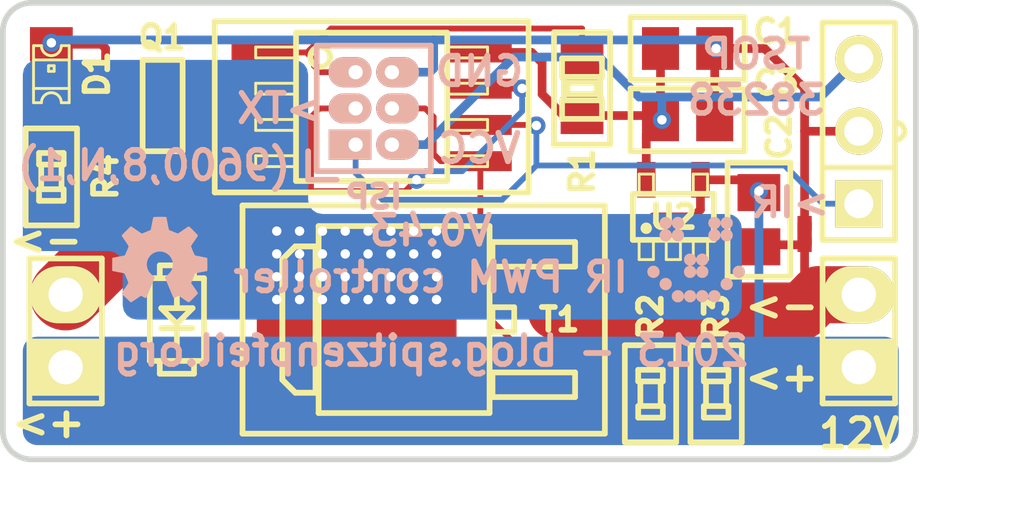
<source format=kicad_pcb>
(kicad_pcb (version 3) (host pcbnew "(2013-06-15 BZR 4214)-testing")

  (general
    (links 38)
    (no_connects 0)
    (area 74.8968 40.816156 114.433334 60.900001)
    (thickness 1.6002)
    (drawings 23)
    (tracks 212)
    (zones 0)
    (modules 20)
    (nets 14)
  )

  (page User 431.8 279.4)
  (title_block
    (title LED-strip_PWM_IR)
    (date "16 Jun 2013")
    (rev 0.43)
    (company "2012 - blog.spitzenpfeil.org")
  )

  (layers
    (15 Front signal)
    (0 Back signal)
    (19 F.Paste user)
    (20 B.SilkS user)
    (21 F.SilkS user)
    (22 B.Mask user)
    (23 F.Mask user)
    (25 Cmts.User user)
    (28 Edge.Cuts user)
  )

  (setup
    (last_trace_width 0.2032)
    (user_trace_width 0.1524)
    (user_trace_width 1)
    (user_trace_width 1.5)
    (user_trace_width 2)
    (user_trace_width 2.5)
    (trace_clearance 0.2032)
    (zone_clearance 0.25)
    (zone_45_only yes)
    (trace_min 0.1524)
    (segment_width 0.2)
    (edge_width 0.2)
    (via_size 0.635)
    (via_drill 0.3302)
    (via_min_size 0.635)
    (via_min_drill 0.3302)
    (uvia_size 0.508)
    (uvia_drill 0.127)
    (uvias_allowed no)
    (uvia_min_size 0.508)
    (uvia_min_drill 0.127)
    (pcb_text_width 0.2)
    (pcb_text_size 1 1)
    (mod_edge_width 0.2)
    (mod_text_size 0.8 0.8)
    (mod_text_width 0.2)
    (pad_size 0.99822 1.09982)
    (pad_drill 0)
    (pad_to_mask_clearance 0)
    (aux_axis_origin 0 0)
    (visible_elements 7FFFFF7F)
    (pcbplotparams
      (layerselection 317751297)
      (usegerberextensions true)
      (excludeedgelayer false)
      (linewidth 0.150000)
      (plotframeref false)
      (viasonmask false)
      (mode 1)
      (useauxorigin false)
      (hpglpennumber 1)
      (hpglpenspeed 20)
      (hpglpendiameter 15)
      (hpglpenoverlay 0)
      (psnegative false)
      (psa4output false)
      (plotreference true)
      (plotvalue true)
      (plotothertext true)
      (plotinvisibletext false)
      (padsonsilk false)
      (subtractmaskfromsilk true)
      (outputformat 1)
      (mirror false)
      (drillshape 0)
      (scaleselection 1)
      (outputdirectory gerber_files/))
  )

  (net 0 "")
  (net 1 /MISO)
  (net 2 /MOSI)
  (net 3 /RESET)
  (net 4 /SCK)
  (net 5 /Vin)
  (net 6 /XTAL1)
  (net 7 /XTAL2)
  (net 8 /drain)
  (net 9 GND)
  (net 10 GNDPWR)
  (net 11 N-000001)
  (net 12 N-000004)
  (net 13 VCC)

  (net_class Default "This is the default net class."
    (clearance 0.2032)
    (trace_width 0.2032)
    (via_dia 0.635)
    (via_drill 0.3302)
    (uvia_dia 0.508)
    (uvia_drill 0.127)
    (add_net "")
    (add_net /MISO)
    (add_net /MOSI)
    (add_net /RESET)
    (add_net /SCK)
    (add_net /XTAL1)
    (add_net /XTAL2)
    (add_net /drain)
    (add_net N-000001)
    (add_net N-000004)
  )

  (net_class Power ""
    (clearance 0.2032)
    (trace_width 0.3048)
    (via_dia 0.635)
    (via_drill 0.3302)
    (uvia_dia 0.508)
    (uvia_drill 0.127)
    (add_net /Vin)
    (add_net GND)
    (add_net GNDPWR)
    (add_net VCC)
  )

  (module MADW__SOT23-5 (layer Front) (tedit 51BE29EC) (tstamp 51969BA8)
    (at 99.5 49.5)
    (descr "SMALL OUTLINE TRANSISTOR")
    (tags "SMALL OUTLINE TRANSISTOR")
    (path /50ED7AA4)
    (attr smd)
    (fp_text reference U2 (at 0 0) (layer F.SilkS)
      (effects (font (size 0.8 0.8) (thickness 0.2)))
    )
    (fp_text value MCP1804-SOT23-5 (at 0 3.1) (layer F.SilkS) hide
      (effects (font (size 0.8 0.8) (thickness 0.2)))
    )
    (fp_circle (center -0.95 0.4) (end -0.85 0.4) (layer F.SilkS) (width 0.2))
    (fp_line (start -1.41986 -0.80772) (end 1.41986 -0.80772) (layer F.SilkS) (width 0.2))
    (fp_line (start -1.41986 0.80772) (end 1.41986 0.80772) (layer F.SilkS) (width 0.2))
    (fp_line (start -1.19888 1.4986) (end -0.6985 1.4986) (layer F.SilkS) (width 0.1))
    (fp_line (start -0.6985 1.4986) (end -0.6985 0.84836) (layer F.SilkS) (width 0.1))
    (fp_line (start -1.19888 1.4986) (end -1.19888 0.84836) (layer F.SilkS) (width 0.1))
    (fp_line (start -0.24892 1.4986) (end 0.24892 1.4986) (layer F.SilkS) (width 0.1))
    (fp_line (start 0.24892 1.4986) (end 0.24892 0.84836) (layer F.SilkS) (width 0.1))
    (fp_line (start -0.24892 1.4986) (end -0.24892 0.84836) (layer F.SilkS) (width 0.1))
    (fp_line (start 0.6985 1.4986) (end 1.19888 1.4986) (layer F.SilkS) (width 0.1))
    (fp_line (start 1.19888 1.4986) (end 1.19888 0.84836) (layer F.SilkS) (width 0.1))
    (fp_line (start 0.6985 1.4986) (end 0.6985 0.84836) (layer F.SilkS) (width 0.1))
    (fp_line (start 1.19888 -0.84836) (end 1.19888 -1.4986) (layer F.SilkS) (width 0.1))
    (fp_line (start 0.6985 -1.4986) (end 1.19888 -1.4986) (layer F.SilkS) (width 0.1))
    (fp_line (start 0.6985 -0.84836) (end 0.6985 -1.4986) (layer F.SilkS) (width 0.1))
    (fp_line (start -0.6985 -0.84836) (end -0.6985 -1.4986) (layer F.SilkS) (width 0.1))
    (fp_line (start -1.19888 -1.4986) (end -0.6985 -1.4986) (layer F.SilkS) (width 0.1))
    (fp_line (start -1.19888 -0.84836) (end -1.19888 -1.4986) (layer F.SilkS) (width 0.1))
    (fp_line (start 1.41986 -0.80772) (end 1.41986 0.80772) (layer F.SilkS) (width 0.2))
    (fp_line (start -1.41986 0.80772) (end -1.41986 -0.80772) (layer F.SilkS) (width 0.2))
    (pad 1 smd rect (at -0.95 1.3) (size 0.65 1.25)
      (layers Front F.Paste F.Mask)
      (net 5 /Vin)
    )
    (pad 2 smd rect (at 0 1.3) (size 0.65 1.25)
      (layers Front F.Paste F.Mask)
      (net 10 GNDPWR)
    )
    (pad 3 smd rect (at 0.95 1.3) (size 0.65 1.25)
      (layers Front F.Paste F.Mask)
    )
    (pad 4 smd rect (at 0.95 -1.3) (size 0.65 1.25)
      (layers Front F.Paste F.Mask)
      (net 5 /Vin)
    )
    (pad 5 smd rect (at -0.95 -1.3) (size 0.65 1.25)
      (layers Front F.Paste F.Mask)
      (net 13 VCC)
    )
  )

  (module MADW__SO8_200mil_wide (layer Front) (tedit 51BE2786) (tstamp 511A454D)
    (at 88.9254 45.6438 270)
    (path /5104F51F)
    (fp_text reference IC1 (at 0.05 -0.05 360) (layer F.SilkS) hide
      (effects (font (size 0.8 0.8) (thickness 0.2)))
    )
    (fp_text value ATTINY85-S (at -0.08 6.6 270) (layer F.SilkS) hide
      (effects (font (size 0.8 0.8) (thickness 0.2)))
    )
    (fp_circle (center -1.75 1.8) (end -1.4 1.8) (layer F.SilkS) (width 0.2))
    (fp_line (start -3 -5.5) (end 3 -5.5) (layer F.SilkS) (width 0.2))
    (fp_line (start 3 -5.5) (end 3 5.5) (layer F.SilkS) (width 0.2))
    (fp_line (start 3 5.5) (end -3 5.5) (layer F.SilkS) (width 0.2))
    (fp_line (start -3 5.5) (end -3 -5.5) (layer F.SilkS) (width 0.2))
    (fp_line (start -1.7145 2.667) (end -1.7145 4.064) (layer F.SilkS) (width 0.1))
    (fp_line (start -1.7145 4.064) (end -2.0955 4.064) (layer F.SilkS) (width 0.1))
    (fp_line (start -2.0955 4.064) (end -2.0955 2.667) (layer F.SilkS) (width 0.1))
    (fp_line (start -0.4445 2.667) (end -0.4445 4.064) (layer F.SilkS) (width 0.1))
    (fp_line (start -0.4445 4.064) (end -0.8255 4.064) (layer F.SilkS) (width 0.1))
    (fp_line (start -0.8255 4.064) (end -0.8255 2.667) (layer F.SilkS) (width 0.1))
    (fp_line (start 0.8255 2.667) (end 0.8255 4.064) (layer F.SilkS) (width 0.1))
    (fp_line (start 0.8255 4.064) (end 0.4445 4.064) (layer F.SilkS) (width 0.1))
    (fp_line (start 0.4445 4.064) (end 0.4445 2.667) (layer F.SilkS) (width 0.1))
    (fp_line (start 2.0955 2.667) (end 2.0955 4.064) (layer F.SilkS) (width 0.1))
    (fp_line (start 2.0955 4.064) (end 1.7145 4.064) (layer F.SilkS) (width 0.1))
    (fp_line (start 1.7145 4.064) (end 1.7145 2.667) (layer F.SilkS) (width 0.1))
    (fp_line (start -2.0955 -2.667) (end -2.0955 -4.064) (layer F.SilkS) (width 0.1))
    (fp_line (start -2.0955 -4.064) (end -1.7145 -4.064) (layer F.SilkS) (width 0.1))
    (fp_line (start -1.7145 -4.064) (end -1.7145 -2.667) (layer F.SilkS) (width 0.1))
    (fp_line (start -0.8255 -2.667) (end -0.8255 -4.064) (layer F.SilkS) (width 0.1))
    (fp_line (start -0.8255 -4.064) (end -0.4445 -4.064) (layer F.SilkS) (width 0.1))
    (fp_line (start -0.4445 -4.064) (end -0.4445 -2.667) (layer F.SilkS) (width 0.1))
    (fp_line (start 0.4445 -2.667) (end 0.4445 -4.064) (layer F.SilkS) (width 0.1))
    (fp_line (start 0.4445 -4.064) (end 0.8255 -4.064) (layer F.SilkS) (width 0.1))
    (fp_line (start 0.8255 -4.064) (end 0.8255 -2.667) (layer F.SilkS) (width 0.1))
    (fp_line (start 1.7145 -4.064) (end 2.0955 -4.064) (layer F.SilkS) (width 0.1))
    (fp_line (start 1.7145 -2.667) (end 1.7145 -4.064) (layer F.SilkS) (width 0.1))
    (fp_line (start 2.0955 -4.064) (end 2.0955 -2.667) (layer F.SilkS) (width 0.1))
    (fp_line (start 2.6 -2.65) (end 2.6 2.65) (layer F.SilkS) (width 0.2))
    (fp_line (start 2.6 2.65) (end -2.6 2.65) (layer F.SilkS) (width 0.2))
    (fp_line (start -2.6 2.65) (end -2.6 -2.65) (layer F.SilkS) (width 0.2))
    (fp_line (start -2.6 -2.65) (end 2.6 -2.65) (layer F.SilkS) (width 0.2))
    (pad 1 smd rect (at -1.905 3.81 270) (size 0.7 2.2)
      (layers Front F.Paste F.Mask)
      (net 3 /RESET)
    )
    (pad 2 smd rect (at -0.635 3.81 270) (size 0.7 2.2)
      (layers Front F.Paste F.Mask)
      (net 6 /XTAL1)
    )
    (pad 3 smd rect (at 0.635 3.81 270) (size 0.7 2.2)
      (layers Front F.Paste F.Mask)
      (net 7 /XTAL2)
    )
    (pad 4 smd rect (at 1.905 3.81 270) (size 0.7 2.2)
      (layers Front F.Paste F.Mask)
      (net 9 GND)
    )
    (pad 5 smd rect (at 1.905 -3.81 270) (size 0.7 2.2)
      (layers Front F.Paste F.Mask)
      (net 2 /MOSI)
    )
    (pad 6 smd rect (at 0.635 -3.81 270) (size 0.7 2.2)
      (layers Front F.Paste F.Mask)
      (net 1 /MISO)
    )
    (pad 7 smd rect (at -0.635 -3.81 270) (size 0.7 2.2)
      (layers Front F.Paste F.Mask)
      (net 4 /SCK)
    )
    (pad 8 smd rect (at -1.905 -3.81 270) (size 0.7 2.2)
      (layers Front F.Paste F.Mask)
      (net 13 VCC)
    )
  )

  (module MADW__CHIPLED-0805 (layer Front) (tedit 51BE26FC) (tstamp 51991093)
    (at 77.7 44.5 90)
    (descr "LED 0805 smd package")
    (tags "LED 0805 SMD")
    (path /50EDA6CA)
    (attr smd)
    (fp_text reference D1 (at 0 1.6 270) (layer F.SilkS)
      (effects (font (size 0.8 0.8) (thickness 0.2)))
    )
    (fp_text value LED (at 0 2.54 90) (layer F.SilkS) hide
      (effects (font (size 0.8 0.8) (thickness 0.2)))
    )
    (fp_line (start -0.5 0.625) (end 0.5 0.625) (layer F.SilkS) (width 0.1))
    (fp_line (start -0.5 -0.625) (end 0.5 -0.625) (layer F.SilkS) (width 0.1))
    (fp_line (start 0.5 -0.625) (end 1 -0.625) (layer F.SilkS) (width 0.1))
    (fp_line (start 1 0.625) (end 0.5 0.625) (layer F.SilkS) (width 0.1))
    (fp_line (start -1 -0.625) (end -0.5 -0.625) (layer F.SilkS) (width 0.1))
    (fp_line (start -1 0.625) (end -0.5 0.625) (layer F.SilkS) (width 0.1))
    (fp_line (start -0.5 -0.625) (end -0.5 0.625) (layer F.SilkS) (width 0.1))
    (fp_line (start 0.5 0.625) (end 0.5 -0.625) (layer F.SilkS) (width 0.1))
    (fp_line (start 1 -0.625) (end 1 -0.35) (layer F.SilkS) (width 0.1))
    (fp_line (start 1 0.35) (end 1 0.625) (layer F.SilkS) (width 0.1))
    (fp_line (start -1 0.625) (end -1 0.35) (layer F.SilkS) (width 0.1))
    (fp_line (start -1 -0.625) (end -1 -0.35) (layer F.SilkS) (width 0.1))
    (fp_line (start 0.1 -0.09906) (end 0.1 0.09906) (layer F.SilkS) (width 0.1))
    (fp_line (start 0.1 0.09906) (end 0.29812 0.09906) (layer F.SilkS) (width 0.1))
    (fp_line (start 0.29812 -0.09906) (end 0.29812 0.09906) (layer F.SilkS) (width 0.1))
    (fp_line (start 0.1 -0.09906) (end 0.29812 -0.09906) (layer F.SilkS) (width 0.1))
    (fp_arc (start 0.99822 0) (end 0.99822 0.34798) (angle 180) (layer F.SilkS) (width 0.1))
    (fp_arc (start -0.99822 0) (end -0.99822 -0.34798) (angle 180) (layer F.SilkS) (width 0.1))
    (pad 1 smd rect (at -1.04902 0 90) (size 1.2 1.5)
      (layers Front F.Paste F.Mask)
      (net 11 N-000001)
    )
    (pad 2 smd rect (at 1.04902 0 90) (size 1.2 1.5)
      (layers Front F.Paste F.Mask)
      (net 9 GND)
    )
  )

  (module MADW__R0603_2 (layer Front) (tedit 51BE26DF) (tstamp 5199188A)
    (at 77.7 48.1 270)
    (descr RESISTOR)
    (tags RESISTOR)
    (path /50EDA6E8)
    (attr smd)
    (fp_text reference R4 (at 0 -1.9 270) (layer F.SilkS)
      (effects (font (size 0.8 0.8) (thickness 0.2)))
    )
    (fp_text value 1k (at 0 2.1 270) (layer F.SilkS) hide
      (effects (font (size 0.8 0.8) (thickness 0.2)))
    )
    (fp_line (start -1.7 -0.9) (end 1.7 -0.9) (layer F.SilkS) (width 0.2))
    (fp_line (start 1.7 -0.9) (end 1.7 0.9) (layer F.SilkS) (width 0.2))
    (fp_line (start 1.7 0.9) (end -1.7 0.9) (layer F.SilkS) (width 0.2))
    (fp_line (start -1.7 0.9) (end -1.7 -0.9) (layer F.SilkS) (width 0.2))
    (fp_line (start 0.4318 0.4318) (end 0.8382 0.4318) (layer F.SilkS) (width 0.2))
    (fp_line (start 0.8382 0.4318) (end 0.8382 -0.4318) (layer F.SilkS) (width 0.2))
    (fp_line (start 0.4318 -0.4318) (end 0.8382 -0.4318) (layer F.SilkS) (width 0.2))
    (fp_line (start 0.4318 0.4318) (end 0.4318 -0.4318) (layer F.SilkS) (width 0.2))
    (fp_line (start -0.8382 0.4318) (end -0.4318 0.4318) (layer F.SilkS) (width 0.2))
    (fp_line (start -0.4318 0.4318) (end -0.4318 -0.4318) (layer F.SilkS) (width 0.2))
    (fp_line (start -0.8382 -0.4318) (end -0.4318 -0.4318) (layer F.SilkS) (width 0.2))
    (fp_line (start -0.8382 0.4318) (end -0.8382 -0.4318) (layer F.SilkS) (width 0.2))
    (fp_line (start -0.4318 0.3556) (end 0.4318 0.3556) (layer F.SilkS) (width 0.2))
    (fp_line (start 0.4318 -0.3556) (end -0.4318 -0.3556) (layer F.SilkS) (width 0.2))
    (pad 1 smd rect (at -0.84836 0 270) (size 0.99822 1.09982)
      (layers Front F.Paste F.Mask)
      (net 11 N-000001)
    )
    (pad 2 smd rect (at 0.84836 0 270) (size 0.99822 1.09982)
      (layers Front F.Paste F.Mask)
      (net 4 /SCK)
    )
  )

  (module MADW__diode_sub-SMA (layer Front) (tedit 51BE269D) (tstamp 51BE264D)
    (at 82.1 53.1 270)
    (path /51969303)
    (fp_text reference DS1 (at -3.4176 0.0072 360) (layer F.SilkS) hide
      (effects (font (size 0.8 0.8) (thickness 0.2)))
    )
    (fp_text value SS14L (at 0 2.15 270) (layer F.SilkS) hide
      (effects (font (size 0.8 0.8) (thickness 0.2)))
    )
    (fp_line (start -0.95 0) (end -0.4 0) (layer F.SilkS) (width 0.2))
    (fp_line (start 0.3 0) (end 0.95 0) (layer F.SilkS) (width 0.2))
    (fp_line (start 0.15 0) (end -0.4 -0.55) (layer F.SilkS) (width 0.2))
    (fp_line (start -0.4 -0.55) (end -0.4 0.55) (layer F.SilkS) (width 0.2))
    (fp_line (start -0.4 0.55) (end 0.15 0) (layer F.SilkS) (width 0.2))
    (fp_line (start 0.3 -0.55) (end 0.3 0.55) (layer F.SilkS) (width 0.2))
    (fp_line (start 1.45 -0.6) (end 1.9 -0.6) (layer F.SilkS) (width 0.2))
    (fp_line (start 1.9 -0.6) (end 1.9 0.6) (layer F.SilkS) (width 0.2))
    (fp_line (start 1.9 0.6) (end 1.45 0.6) (layer F.SilkS) (width 0.2))
    (fp_line (start -1.45 -0.6) (end -1.9 -0.6) (layer F.SilkS) (width 0.2))
    (fp_line (start -1.9 -0.6) (end -1.9 0.6) (layer F.SilkS) (width 0.2))
    (fp_line (start -1.9 0.6) (end -1.45 0.6) (layer F.SilkS) (width 0.2))
    (fp_line (start -1.45 -0.95) (end 1.45 -0.95) (layer F.SilkS) (width 0.2))
    (fp_line (start 1.45 -0.95) (end 1.45 0.95) (layer F.SilkS) (width 0.2))
    (fp_line (start 1.45 0.95) (end -1.45 0.95) (layer F.SilkS) (width 0.2))
    (fp_line (start -1.45 0.95) (end -1.45 -0.95) (layer F.SilkS) (width 0.2))
    (pad 1 smd rect (at -1.7 0 270) (size 1.8 1.8)
      (layers Front F.Paste F.Mask)
      (net 8 /drain)
    )
    (pad 2 smd rect (at 1.7 0 270) (size 1.8 1.8)
      (layers Front F.Paste F.Mask)
      (net 5 /Vin)
    )
  )

  (module "MADW__TO-252(DPAK)" (layer Front) (tedit 51BE2664) (tstamp 51969DFC)
    (at 90.9 53.1 90)
    (descr "SMALL OUTLINE TRANSISTOR")
    (tags "SMALL OUTLINE TRANSISTOR")
    (path /50B20791)
    (clearance 0.1778)
    (attr smd)
    (fp_text reference T1 (at 0 4.6 180) (layer F.SilkS)
      (effects (font (size 0.8 0.8) (thickness 0.2)))
    )
    (fp_text value IRLR2905_DPAK (at -0.2 -0.65 180) (layer F.SilkS) hide
      (effects (font (size 0.8 0.8) (thickness 0.2)))
    )
    (fp_line (start -4 -6.5) (end 4 -6.5) (layer F.SilkS) (width 0.2))
    (fp_line (start 4 -6.5) (end 4 6.2) (layer F.SilkS) (width 0.2))
    (fp_line (start 4 6.2) (end -4 6.2) (layer F.SilkS) (width 0.2))
    (fp_line (start -4 6.2) (end -4 -6.5) (layer F.SilkS) (width 0.2))
    (fp_line (start -2.7178 5.1562) (end -1.8542 5.1562) (layer F.SilkS) (width 0.2))
    (fp_line (start -1.8542 5.1562) (end -1.8542 2.2606) (layer F.SilkS) (width 0.2))
    (fp_line (start -2.7178 2.2606) (end -1.8542 2.2606) (layer F.SilkS) (width 0.2))
    (fp_line (start -2.7178 5.1562) (end -2.7178 2.2606) (layer F.SilkS) (width 0.2))
    (fp_line (start 1.8542 5.1562) (end 2.7178 5.1562) (layer F.SilkS) (width 0.2))
    (fp_line (start 2.7178 5.1562) (end 2.7178 2.2606) (layer F.SilkS) (width 0.2))
    (fp_line (start 1.8542 2.2606) (end 2.7178 2.2606) (layer F.SilkS) (width 0.2))
    (fp_line (start 1.8542 5.1562) (end 1.8542 2.2606) (layer F.SilkS) (width 0.2))
    (fp_line (start -0.4318 3.0226) (end 0.4318 3.0226) (layer F.SilkS) (width 0.2))
    (fp_line (start 0.4318 3.0226) (end 0.4318 2.2606) (layer F.SilkS) (width 0.2))
    (fp_line (start -0.4318 2.2606) (end 0.4318 2.2606) (layer F.SilkS) (width 0.2))
    (fp_line (start -0.4318 3.0226) (end -0.4318 2.2606) (layer F.SilkS) (width 0.2))
    (fp_line (start 3.2766 -3.8354) (end 3.2766 2.159) (layer F.SilkS) (width 0.2))
    (fp_line (start 3.2766 2.159) (end -3.2766 2.159) (layer F.SilkS) (width 0.2))
    (fp_line (start -3.2766 2.159) (end -3.2766 -3.8354) (layer F.SilkS) (width 0.2))
    (fp_line (start -3.2766 -3.83286) (end 3.2766 -3.83286) (layer F.SilkS) (width 0.2))
    (fp_line (start -2.5654 -3.937) (end -2.5654 -4.6482) (layer F.SilkS) (width 0.2))
    (fp_line (start -2.5654 -4.6482) (end -2.1082 -5.1054) (layer F.SilkS) (width 0.2))
    (fp_line (start -2.1082 -5.1054) (end 2.1082 -5.1054) (layer F.SilkS) (width 0.2))
    (fp_line (start 2.1082 -5.1054) (end 2.5654 -4.6482) (layer F.SilkS) (width 0.2))
    (fp_line (start 2.5654 -4.6482) (end 2.5654 -3.937) (layer F.SilkS) (width 0.2))
    (fp_line (start 2.5654 -3.937) (end -2.5654 -3.937) (layer F.SilkS) (width 0.2))
    (fp_line (start -2.5654 -3.937) (end -2.5654 -4.6482) (layer F.SilkS) (width 0.2))
    (fp_line (start -2.5654 -4.6482) (end -2.1082 -5.1054) (layer F.SilkS) (width 0.2))
    (fp_line (start -2.1082 -5.1054) (end 2.1082 -5.1054) (layer F.SilkS) (width 0.2))
    (fp_line (start 2.1082 -5.1054) (end 2.5654 -4.6482) (layer F.SilkS) (width 0.2))
    (fp_line (start 2.5654 -4.6482) (end 2.5654 -3.937) (layer F.SilkS) (width 0.2))
    (fp_line (start 2.5654 -3.937) (end -2.5654 -3.937) (layer F.SilkS) (width 0.2))
    (pad 1 smd rect (at -2.3 4.4 90) (size 1.5 2.5)
      (layers Front F.Paste F.Mask)
      (net 12 N-000004)
    )
    (pad 3 smd rect (at 2.3 4.4 90) (size 1.5 2.5)
      (layers Front F.Paste F.Mask)
      (net 10 GNDPWR)
    )
    (pad 2 smd rect (at 0 -2.49936 90) (size 7 7)
      (layers Front F.Paste F.Mask)
      (net 8 /drain)
    )
  )

  (module MADW__PIN_ARRAY_3x2_1.27mm (layer Back) (tedit 519A1729) (tstamp 519DAEDF)
    (at 89 45.7 90)
    (descr "Male 3x2 header with 2.0mm raster")
    (tags "CONN, header, male, 3x2, 2mm")
    (path /4F6EC6BB)
    (clearance 0.15)
    (fp_text reference JP1 (at 0 3.1 90) (layer B.SilkS) hide
      (effects (font (size 0.8 0.8) (thickness 0.2)) (justify mirror))
    )
    (fp_text value ISP (at -3.1 0 180) (layer B.SilkS)
      (effects (font (size 0.8 0.8) (thickness 0.2)) (justify mirror))
    )
    (fp_line (start -2.5 -2.3) (end -1.5 -2.3) (layer B.SilkS) (width 0.2))
    (fp_line (start -2.5 -2.3) (end -2.5 -1.3) (layer B.SilkS) (width 0.2))
    (fp_line (start 2.2 2) (end -2.2 2) (layer B.SilkS) (width 0.2))
    (fp_line (start -2.2 2) (end -2.2 -2) (layer B.SilkS) (width 0.2))
    (fp_line (start 2.2 2) (end 2.2 -2) (layer B.SilkS) (width 0.2))
    (fp_line (start 2.2 -2) (end -2.2 -2) (layer B.SilkS) (width 0.2))
    (pad 1 thru_hole rect (at -1.27 -0.635 90) (size 1.05 1.5) (drill 0.5 (offset 0 -0.2))
      (layers *.Cu *.Mask B.SilkS)
      (net 1 /MISO)
    )
    (pad 2 thru_hole oval (at -1.27 0.635 90) (size 1.05 1.5) (drill 0.5 (offset 0 0.2))
      (layers *.Cu *.Mask B.SilkS)
      (net 13 VCC)
    )
    (pad 3 thru_hole oval (at 0 -0.635 90) (size 1.05 1.5) (drill 0.5 (offset 0 -0.2))
      (layers *.Cu *.Mask B.SilkS)
      (net 4 /SCK)
    )
    (pad 4 thru_hole oval (at 0 0.635 90) (size 1.05 1.5) (drill 0.5 (offset 0 0.2))
      (layers *.Cu *.Mask B.SilkS)
      (net 2 /MOSI)
    )
    (pad 5 thru_hole oval (at 1.27 -0.635 90) (size 1.05 1.5) (drill 0.5 (offset 0 -0.2))
      (layers *.Cu *.Mask B.SilkS)
      (net 3 /RESET)
    )
    (pad 6 thru_hole oval (at 1.27 0.635 90) (size 1.05 1.5) (drill 0.5 (offset 0 0.2))
      (layers *.Cu *.Mask B.SilkS)
      (net 9 GND)
    )
  )

  (module MADW__SIL-3 (layer Front) (tedit 519A16B8) (tstamp 519918A1)
    (at 106 46.5 90)
    (descr "Connecteur 3 pins")
    (tags "CONN DEV")
    (path /4F6ED250)
    (fp_text reference U1 (at 0 -2.54 90) (layer F.SilkS) hide
      (effects (font (size 0.8 0.8) (thickness 0.2)))
    )
    (fp_text value TSOP38238 (at 0 3 90) (layer F.SilkS) hide
      (effects (font (size 0.8 0.8) (thickness 0.2)))
    )
    (fp_arc (start 0 1.3) (end 0 1.6) (angle 90) (layer F.SilkS) (width 0.2))
    (fp_arc (start 0 1.3) (end 0.3 1.3) (angle 90) (layer F.SilkS) (width 0.2))
    (fp_line (start -3.81 1.27) (end -3.81 -1.27) (layer F.SilkS) (width 0.2))
    (fp_line (start -3.81 -1.27) (end 3.81 -1.27) (layer F.SilkS) (width 0.2))
    (fp_line (start 3.81 -1.27) (end 3.81 1.27) (layer F.SilkS) (width 0.2))
    (fp_line (start 3.81 1.27) (end -3.81 1.27) (layer F.SilkS) (width 0.2))
    (fp_line (start -1.27 -1.27) (end -1.27 1.27) (layer F.SilkS) (width 0.2))
    (pad 1 thru_hole rect (at -2.54 0 90) (size 1.65 1.65) (drill 1.016)
      (layers *.Cu *.Mask F.SilkS)
      (net 1 /MISO)
    )
    (pad 2 thru_hole circle (at 0 0 90) (size 1.65 1.65) (drill 1.016)
      (layers *.Cu *.Mask F.SilkS)
      (net 9 GND)
    )
    (pad 3 thru_hole circle (at 2.54 0 90) (size 1.65 1.65) (drill 1.016)
      (layers *.Cu *.Mask F.SilkS)
      (net 13 VCC)
    )
  )

  (module LOGO (layer Back) (tedit 50B20D2E) (tstamp 51969D8E)
    (at 100.3 51)
    (path LOGO)
    (fp_text reference G2 (at 0 -1.97104) (layer B.SilkS) hide
      (effects (font (size 0.8 0.8) (thickness 0.2)) (justify mirror))
    )
    (fp_text value LOGO (at 0 1.97104) (layer B.SilkS) hide
      (effects (font (size 0.8 0.8) (thickness 0.2)) (justify mirror))
    )
    (fp_poly (pts (xy 0.64516 1.49606) (xy 0.68834 1.49098) (xy 0.72898 1.47828) (xy 0.74676 1.46812)
      (xy 0.78232 1.44272) (xy 0.81026 1.41224) (xy 0.83312 1.37668) (xy 0.84836 1.33604)
      (xy 0.85344 1.2954) (xy 0.85344 1.25222) (xy 0.84328 1.21158) (xy 0.82296 1.17094)
      (xy 0.81026 1.15316) (xy 0.79248 1.13284) (xy 0.7747 1.11506) (xy 0.75438 1.10236)
      (xy 0.7493 1.09728) (xy 0.71374 1.08204) (xy 0.67564 1.07188) (xy 0.63246 1.06934)
      (xy 0.61722 1.07188) (xy 0.59436 1.07442) (xy 0.57404 1.0795) (xy 0.55118 1.08966)
      (xy 0.52578 1.10236) (xy 0.49022 1.1303) (xy 0.46228 1.16332) (xy 0.44196 1.20396)
      (xy 0.43434 1.22174) (xy 0.42926 1.24206) (xy 0.42672 1.25984) (xy 0.42672 1.26238)
      (xy 0.42672 1.26238) (xy 0.42418 1.25476) (xy 0.42418 1.25222) (xy 0.4191 1.22428)
      (xy 0.40894 1.19634) (xy 0.39624 1.17094) (xy 0.37084 1.14046) (xy 0.33782 1.10998)
      (xy 0.30226 1.08712) (xy 0.25908 1.07442) (xy 0.21336 1.06934) (xy 0.2032 1.06934)
      (xy 0.16764 1.07442) (xy 0.13716 1.08204) (xy 0.12954 1.08458) (xy 0.09398 1.1049)
      (xy 0.06096 1.13284) (xy 0.03556 1.16332) (xy 0.01524 1.20142) (xy 0.00254 1.23952)
      (xy 0.00254 1.23952) (xy 0 1.24968) (xy 0 1.25476) (xy 0 1.25476)
      (xy 0 1.24968) (xy -0.00254 1.23952) (xy -0.00508 1.23444) (xy -0.01778 1.19634)
      (xy -0.0381 1.16078) (xy -0.06604 1.12776) (xy -0.09144 1.10744) (xy -0.127 1.08712)
      (xy -0.16764 1.07442) (xy -0.21336 1.06934) (xy -0.24638 1.07188) (xy -0.28956 1.08204)
      (xy -0.32766 1.10236) (xy -0.36068 1.1303) (xy -0.39116 1.16332) (xy -0.3937 1.1684)
      (xy -0.40386 1.18364) (xy -0.40894 1.19634) (xy -0.41402 1.2065) (xy -0.4191 1.22682)
      (xy -0.42418 1.2446) (xy -0.42672 1.25984) (xy -0.42672 1.26238) (xy -0.42672 1.26238)
      (xy -0.42926 1.25222) (xy -0.43434 1.22936) (xy -0.4445 1.19888) (xy -0.4572 1.17348)
      (xy -0.4826 1.14046) (xy -0.51562 1.10998) (xy -0.55372 1.08712) (xy -0.59436 1.07442)
      (xy -0.64008 1.06934) (xy -0.68072 1.07188) (xy -0.72136 1.08458) (xy -0.75946 1.1049)
      (xy -0.79502 1.13538) (xy -0.81026 1.15316) (xy -0.82804 1.17602) (xy -0.84074 1.20396)
      (xy -0.84836 1.22682) (xy -0.85344 1.27) (xy -0.85344 1.31064) (xy -0.84328 1.35128)
      (xy -0.82804 1.38938) (xy -0.80264 1.4224) (xy -0.7747 1.45034) (xy -0.73914 1.4732)
      (xy -0.70104 1.48844) (xy -0.65786 1.49606) (xy -0.65278 1.49606) (xy -0.6096 1.49352)
      (xy -0.56896 1.4859) (xy -0.52832 1.46558) (xy -0.51562 1.45796) (xy -0.48768 1.43256)
      (xy -0.46228 1.40208) (xy -0.4445 1.36906) (xy -0.43942 1.35636) (xy -0.43434 1.33858)
      (xy -0.42926 1.3208) (xy -0.42672 1.30556) (xy -0.42672 1.29794) (xy -0.42672 1.30556)
      (xy -0.42418 1.31318) (xy -0.42164 1.33096) (xy -0.41402 1.35382) (xy -0.40894 1.3716)
      (xy -0.39878 1.38938) (xy -0.37084 1.42494) (xy -0.34036 1.45542) (xy -0.30226 1.47828)
      (xy -0.25908 1.49352) (xy -0.25146 1.49352) (xy -0.22098 1.49606) (xy -0.1905 1.49606)
      (xy -0.16256 1.49098) (xy -0.13462 1.48336) (xy -0.09398 1.4605) (xy -0.05842 1.43256)
      (xy -0.05588 1.43002) (xy -0.03302 1.39954) (xy -0.01524 1.36398) (xy -0.00254 1.32842)
      (xy -0.00254 1.32588) (xy 0 1.31572) (xy 0 1.31064) (xy 0 1.31318)
      (xy 0.00254 1.32334) (xy 0.00254 1.32588) (xy 0.00762 1.34874) (xy 0.01778 1.3716)
      (xy 0.03048 1.397) (xy 0.0508 1.4224) (xy 0.08128 1.45288) (xy 0.11938 1.47574)
      (xy 0.16256 1.49098) (xy 0.17018 1.49352) (xy 0.19812 1.49606) (xy 0.2286 1.49606)
      (xy 0.25654 1.49352) (xy 0.28194 1.4859) (xy 0.32004 1.46812) (xy 0.3556 1.44018)
      (xy 0.38608 1.4097) (xy 0.40894 1.3716) (xy 0.41402 1.3589) (xy 0.4191 1.33858)
      (xy 0.42418 1.3208) (xy 0.42672 1.30556) (xy 0.42672 1.30302) (xy 0.42672 1.30302)
      (xy 0.42926 1.31318) (xy 0.42926 1.31318) (xy 0.43434 1.34112) (xy 0.4445 1.36906)
      (xy 0.4572 1.39446) (xy 0.46482 1.40208) (xy 0.49022 1.4351) (xy 0.52578 1.46304)
      (xy 0.56134 1.48336) (xy 0.60198 1.49352) (xy 0.64516 1.49606)) (layer B.SilkS) (width 0.00254))
    (fp_poly (pts (xy -1.08204 1.06934) (xy -1.05664 1.06934) (xy -1.03124 1.0668) (xy -1.0033 1.05918)
      (xy -0.96266 1.0414) (xy -0.9271 1.016) (xy -0.89662 0.98298) (xy -0.8763 0.94742)
      (xy -0.86106 0.90678) (xy -0.85598 0.86106) (xy -0.85852 0.81788) (xy -0.86868 0.77724)
      (xy -0.889 0.73914) (xy -0.9144 0.70612) (xy -0.94996 0.67818) (xy -0.96012 0.67056)
      (xy -1.00076 0.65024) (xy -1.04394 0.64262) (xy -1.08966 0.64262) (xy -1.13284 0.65024)
      (xy -1.1684 0.66548) (xy -1.2065 0.69088) (xy -1.23698 0.72136) (xy -1.25984 0.75946)
      (xy -1.27762 0.80264) (xy -1.28016 0.82296) (xy -1.2827 0.8509) (xy -1.2827 0.87884)
      (xy -1.27762 0.9017) (xy -1.27508 0.90932) (xy -1.25984 0.9525) (xy -1.23444 0.9906)
      (xy -1.20142 1.02362) (xy -1.16332 1.04648) (xy -1.14554 1.0541) (xy -1.12014 1.06426)
      (xy -1.09728 1.0668) (xy -1.08204 1.06934)) (layer B.SilkS) (width 0.00254))
    (fp_poly (pts (xy 1.07442 1.06934) (xy 1.1176 1.06426) (xy 1.16078 1.04902) (xy 1.19888 1.02362)
      (xy 1.20904 1.01854) (xy 1.23698 0.98552) (xy 1.26238 0.94996) (xy 1.27762 0.90678)
      (xy 1.28016 0.88646) (xy 1.2827 0.85852) (xy 1.2827 0.83058) (xy 1.27762 0.80772)
      (xy 1.27508 0.79756) (xy 1.2573 0.75438) (xy 1.23444 0.71882) (xy 1.20396 0.68834)
      (xy 1.16586 0.66548) (xy 1.12522 0.6477) (xy 1.0795 0.64008) (xy 1.06426 0.64008)
      (xy 1.02108 0.64516) (xy 0.98044 0.6604) (xy 0.94488 0.68072) (xy 0.9144 0.70866)
      (xy 0.889 0.74168) (xy 0.86868 0.77978) (xy 0.85852 0.82042) (xy 0.85598 0.8636)
      (xy 0.85852 0.89154) (xy 0.8636 0.9144) (xy 0.87122 0.9398) (xy 0.889 0.97282)
      (xy 0.91694 1.00584) (xy 0.94996 1.03378) (xy 0.98806 1.0541) (xy 1.0287 1.0668)
      (xy 1.07442 1.06934)) (layer B.SilkS) (width 0.00254))
    (fp_poly (pts (xy -1.50876 0.64008) (xy -1.47828 0.64008) (xy -1.45288 0.63754) (xy -1.4224 0.62738)
      (xy -1.38176 0.60706) (xy -1.3462 0.57912) (xy -1.32334 0.55118) (xy -1.30048 0.51562)
      (xy -1.28778 0.47244) (xy -1.28524 0.45466) (xy -1.2827 0.42926) (xy -1.28524 0.40386)
      (xy -1.28778 0.38354) (xy -1.29032 0.3683) (xy -1.3081 0.32766) (xy -1.33096 0.28956)
      (xy -1.36398 0.25908) (xy -1.40208 0.23622) (xy -1.41732 0.2286) (xy -1.44526 0.21844)
      (xy -1.4732 0.21336) (xy -1.50368 0.21336) (xy -1.524 0.2159) (xy -1.54686 0.21844)
      (xy -1.56972 0.22352) (xy -1.59258 0.23622) (xy -1.60528 0.2413) (xy -1.64084 0.26924)
      (xy -1.67132 0.30226) (xy -1.69418 0.34036) (xy -1.70688 0.38354) (xy -1.70942 0.3937)
      (xy -1.71196 0.4191) (xy -1.70942 0.44704) (xy -1.70688 0.4699) (xy -1.70434 0.48514)
      (xy -1.68656 0.52578) (xy -1.6637 0.56388) (xy -1.63068 0.59436) (xy -1.59258 0.61722)
      (xy -1.5494 0.635) (xy -1.5367 0.63754) (xy -1.50876 0.64008)) (layer B.SilkS) (width 0.00254))
    (fp_poly (pts (xy 0.20828 0.64008) (xy 0.25146 0.63754) (xy 0.2921 0.62738) (xy 0.31496 0.61468)
      (xy 0.35052 0.58928) (xy 0.381 0.5588) (xy 0.4064 0.5207) (xy 0.4191 0.47752)
      (xy 0.42164 0.4699) (xy 0.42672 0.43434) (xy 0.42672 0.40132) (xy 0.41656 0.36576)
      (xy 0.40132 0.32258) (xy 0.37592 0.28702) (xy 0.3429 0.25654) (xy 0.3048 0.23368)
      (xy 0.26162 0.21844) (xy 0.23368 0.21082) (xy 0.24892 0.21082) (xy 0.25146 0.20828)
      (xy 0.28194 0.20066) (xy 0.31496 0.18796) (xy 0.3429 0.16764) (xy 0.34798 0.16256)
      (xy 0.381 0.13208) (xy 0.40386 0.09652) (xy 0.4191 0.05588) (xy 0.42672 0.01524)
      (xy 0.42418 -0.0254) (xy 0.41656 -0.06858) (xy 0.39624 -0.10668) (xy 0.39624 -0.10922)
      (xy 0.37084 -0.14478) (xy 0.33782 -0.17272) (xy 0.30226 -0.19304) (xy 0.26162 -0.20574)
      (xy 0.22098 -0.21336) (xy 0.18034 -0.21082) (xy 0.1397 -0.20066) (xy 0.1016 -0.18034)
      (xy 0.06604 -0.15494) (xy 0.04572 -0.13462) (xy 0.0254 -0.1016) (xy 0.01016 -0.06858)
      (xy 0.00254 -0.0381) (xy 0 -0.03048) (xy 0 -0.0254) (xy 0 -0.02794)
      (xy -0.00254 -0.0381) (xy -0.01016 -0.06604) (xy -0.02286 -0.09652) (xy -0.04064 -0.12446)
      (xy -0.0508 -0.1397) (xy -0.08382 -0.17018) (xy -0.11938 -0.19304) (xy -0.16256 -0.20574)
      (xy -0.20574 -0.21336) (xy -0.24892 -0.21082) (xy -0.27432 -0.2032) (xy -0.3175 -0.18542)
      (xy -0.35306 -0.16002) (xy -0.38354 -0.12954) (xy -0.4064 -0.09144) (xy -0.42164 -0.0508)
      (xy -0.42418 -0.02794) (xy -0.42672 0.0127) (xy -0.4191 0.05588) (xy -0.40386 0.09652)
      (xy -0.37846 0.13208) (xy -0.34798 0.16256) (xy -0.30988 0.18796) (xy -0.29464 0.19558)
      (xy -0.27432 0.2032) (xy -0.25654 0.20828) (xy -0.2413 0.21082) (xy -0.23876 0.21082)
      (xy -0.2413 0.21336) (xy -0.24892 0.2159) (xy -0.27178 0.22098) (xy -0.29972 0.23114)
      (xy -0.32512 0.24384) (xy -0.33782 0.25146) (xy -0.36576 0.27686) (xy -0.39116 0.30734)
      (xy -0.40894 0.34036) (xy -0.42164 0.37592) (xy -0.42672 0.41402) (xy -0.42672 0.45212)
      (xy -0.42418 0.45974) (xy -0.41148 0.50292) (xy -0.3937 0.54356) (xy -0.36322 0.57912)
      (xy -0.34036 0.59944) (xy -0.30226 0.6223) (xy -0.25908 0.63754) (xy -0.2413 0.63754)
      (xy -0.21844 0.64008) (xy -0.19558 0.63754) (xy -0.17272 0.63754) (xy -0.15494 0.63246)
      (xy -0.1397 0.62992) (xy -0.09906 0.60706) (xy -0.0635 0.57912) (xy -0.03556 0.5461)
      (xy -0.0254 0.52832) (xy -0.01016 0.50038) (xy -0.00254 0.47244) (xy -0.00254 0.4699)
      (xy 0 0.45974) (xy 0 0.45466) (xy 0 0.45466) (xy 0 0.39878)
      (xy 0 0.39878) (xy 0 0.3937) (xy -0.00254 0.38354) (xy -0.00254 0.37846)
      (xy -0.01524 0.34036) (xy -0.0381 0.3048) (xy -0.0635 0.27432) (xy -0.09652 0.24638)
      (xy -0.13208 0.2286) (xy -0.13462 0.22606) (xy -0.15494 0.22098) (xy -0.17272 0.2159)
      (xy -0.1905 0.21336) (xy -0.17272 0.20828) (xy -0.14732 0.2032) (xy -0.10922 0.18542)
      (xy -0.07366 0.16256) (xy -0.04572 0.13208) (xy -0.02286 0.09652) (xy -0.0127 0.07874)
      (xy -0.00508 0.05588) (xy -0.00254 0.0381) (xy 0 0.03048) (xy 0 0.0254)
      (xy 0 0.02794) (xy 0.00254 0.0381) (xy 0.00508 0.05334) (xy 0.0127 0.0762)
      (xy 0.02286 0.09652) (xy 0.03556 0.11938) (xy 0.0635 0.14986) (xy 0.09652 0.1778)
      (xy 0.13462 0.19812) (xy 0.17272 0.20828) (xy 0.19304 0.21336) (xy 0.17272 0.2159)
      (xy 0.17018 0.2159) (xy 0.1524 0.22098) (xy 0.13208 0.2286) (xy 0.12954 0.2286)
      (xy 0.09398 0.24892) (xy 0.06096 0.27686) (xy 0.03556 0.30734) (xy 0.01524 0.34544)
      (xy 0.00254 0.381) (xy 0.00254 0.38354) (xy 0 0.3937) (xy 0 0.39878)
      (xy 0 0.45466) (xy 0 0.45466) (xy 0 0.45974) (xy 0.00254 0.47244)
      (xy 0.01016 0.49784) (xy 0.02794 0.53594) (xy 0.05588 0.5715) (xy 0.08636 0.59944)
      (xy 0.12446 0.6223) (xy 0.12446 0.6223) (xy 0.1651 0.635) (xy 0.20828 0.64008)) (layer B.SilkS) (width 0.00254))
    (fp_poly (pts (xy 1.48082 0.64008) (xy 1.51638 0.64008) (xy 1.54686 0.635) (xy 1.56718 0.62992)
      (xy 1.60782 0.6096) (xy 1.64338 0.5842) (xy 1.67132 0.55118) (xy 1.69418 0.51308)
      (xy 1.70688 0.47244) (xy 1.71196 0.42672) (xy 1.70942 0.40894) (xy 1.7018 0.36576)
      (xy 1.68402 0.32258) (xy 1.65862 0.28448) (xy 1.651 0.27686) (xy 1.62052 0.25146)
      (xy 1.58496 0.23114) (xy 1.54686 0.21844) (xy 1.54686 0.21844) (xy 1.51384 0.21336)
      (xy 1.47828 0.21336) (xy 1.4478 0.21844) (xy 1.4351 0.22098) (xy 1.39446 0.23876)
      (xy 1.3589 0.26162) (xy 1.33096 0.2921) (xy 1.3081 0.32766) (xy 1.29032 0.36576)
      (xy 1.2827 0.40894) (xy 1.28524 0.45212) (xy 1.29286 0.4953) (xy 1.3081 0.52832)
      (xy 1.3335 0.56388) (xy 1.36398 0.59436) (xy 1.40208 0.61722) (xy 1.44272 0.635)
      (xy 1.4478 0.635) (xy 1.48082 0.64008)) (layer B.SilkS) (width 0.00254))
    (fp_poly (pts (xy -0.635 -0.64008) (xy -0.59182 -0.64516) (xy -0.55118 -0.6604) (xy -0.53086 -0.67056)
      (xy -0.51308 -0.68326) (xy -0.49276 -0.70104) (xy -0.4699 -0.72644) (xy -0.44704 -0.762)
      (xy -0.4318 -0.80264) (xy -0.42926 -0.81534) (xy -0.42672 -0.84328) (xy -0.42672 -0.87376)
      (xy -0.4318 -0.89916) (xy -0.44196 -0.93472) (xy -0.46228 -0.97282) (xy -0.48768 -1.00584)
      (xy -0.49276 -1.01092) (xy -0.51308 -1.02616) (xy -0.53594 -1.0414) (xy -0.55626 -1.05156)
      (xy -0.56388 -1.0541) (xy -0.58166 -1.06172) (xy -0.59944 -1.06426) (xy -0.61214 -1.0668)
      (xy -0.61976 -1.0668) (xy -0.61214 -1.06934) (xy -0.60198 -1.07188) (xy -0.58674 -1.07442)
      (xy -0.5715 -1.0795) (xy -0.54102 -1.09474) (xy -0.508 -1.11506) (xy -0.4826 -1.13792)
      (xy -0.48006 -1.143) (xy -0.45212 -1.17856) (xy -0.43688 -1.2192) (xy -0.42672 -1.26238)
      (xy -0.42672 -1.30556) (xy -0.42926 -1.31572) (xy -0.44196 -1.3589) (xy -0.46228 -1.39954)
      (xy -0.49022 -1.4351) (xy -0.51562 -1.45796) (xy -0.55372 -1.47828) (xy -0.59436 -1.49352)
      (xy -0.60452 -1.49352) (xy -0.63246 -1.49606) (xy -0.66294 -1.49606) (xy -0.69088 -1.49098)
      (xy -0.71374 -1.48336) (xy -0.75438 -1.46558) (xy -0.7874 -1.43764) (xy -0.81534 -1.40716)
      (xy -0.8382 -1.36906) (xy -0.8509 -1.32842) (xy -0.8509 -1.32334) (xy -0.85344 -1.31318)
      (xy -0.85598 -1.3081) (xy -0.85598 -1.31318) (xy -0.85852 -1.32334) (xy -0.8636 -1.34112)
      (xy -0.86868 -1.3589) (xy -0.8763 -1.37668) (xy -0.88392 -1.38938) (xy -0.90932 -1.42494)
      (xy -0.94234 -1.45542) (xy -0.98044 -1.47828) (xy -1.02108 -1.49098) (xy -1.0668 -1.49606)
      (xy -1.10236 -1.49352) (xy -1.143 -1.48336) (xy -1.1811 -1.46558) (xy -1.20396 -1.45034)
      (xy -1.23444 -1.41986) (xy -1.2573 -1.38176) (xy -1.27508 -1.34366) (xy -1.2827 -1.30048)
      (xy -1.2827 -1.2573) (xy -1.27254 -1.2192) (xy -1.25476 -1.17602) (xy -1.22936 -1.14046)
      (xy -1.19634 -1.11252) (xy -1.15824 -1.08966) (xy -1.11506 -1.07442) (xy -1.08966 -1.0668)
      (xy -1.1049 -1.0668) (xy -1.11252 -1.06426) (xy -1.14808 -1.0541) (xy -1.1811 -1.03632)
      (xy -1.21158 -1.01346) (xy -1.23698 -0.98806) (xy -1.25222 -0.9652) (xy -1.26746 -0.93472)
      (xy -1.27762 -0.90678) (xy -1.28016 -0.88392) (xy -1.2827 -0.85852) (xy -1.2827 -0.83058)
      (xy -1.27762 -0.80772) (xy -1.27 -0.78232) (xy -1.24968 -0.74168) (xy -1.22428 -0.70612)
      (xy -1.18872 -0.67818) (xy -1.15062 -0.65786) (xy -1.1049 -0.64262) (xy -1.09474 -0.64262)
      (xy -1.0668 -0.64008) (xy -1.03886 -0.64262) (xy -1.016 -0.6477) (xy -0.99822 -0.65278)
      (xy -0.95758 -0.6731) (xy -0.92202 -0.6985) (xy -0.89408 -0.73152) (xy -0.87122 -0.76962)
      (xy -0.85852 -0.8128) (xy -0.85852 -0.81534) (xy -0.85598 -0.8255) (xy -0.85344 -0.8255)
      (xy -0.85344 -0.88392) (xy -0.85598 -0.88646) (xy -0.85852 -0.89408) (xy -0.85852 -0.89662)
      (xy -0.86614 -0.92456) (xy -0.87884 -0.95504) (xy -0.89662 -0.98298) (xy -0.90932 -0.99822)
      (xy -0.94234 -1.0287) (xy -0.98298 -1.05156) (xy -1.02616 -1.06426) (xy -1.04648 -1.06934)
      (xy -1.03124 -1.07188) (xy -1.01854 -1.07442) (xy -1.00584 -1.0795) (xy -0.99568 -1.08204)
      (xy -0.95758 -1.09982) (xy -0.92202 -1.12776) (xy -0.89408 -1.15824) (xy -0.87376 -1.19634)
      (xy -0.85852 -1.23698) (xy -0.85852 -1.24714) (xy -0.85598 -1.25476) (xy -0.85344 -1.24968)
      (xy -0.8509 -1.23698) (xy -0.8509 -1.23698) (xy -0.84328 -1.21412) (xy -0.83312 -1.18872)
      (xy -0.82042 -1.16586) (xy -0.80772 -1.15062) (xy -0.78994 -1.1303) (xy -0.76708 -1.10998)
      (xy -0.74676 -1.09728) (xy -0.74676 -1.09728) (xy -0.71374 -1.08204) (xy -0.67818 -1.07188)
      (xy -0.66294 -1.06934) (xy -0.68072 -1.0668) (xy -0.71882 -1.0541) (xy -0.75692 -1.03378)
      (xy -0.78994 -1.00838) (xy -0.81788 -0.97536) (xy -0.8255 -0.9652) (xy -0.83566 -0.94488)
      (xy -0.84328 -0.92202) (xy -0.8509 -0.9017) (xy -0.85344 -0.889) (xy -0.85344 -0.889)
      (xy -0.85344 -0.88392) (xy -0.85344 -0.8255) (xy -0.85344 -0.8255) (xy -0.8509 -0.81534)
      (xy -0.84836 -0.80264) (xy -0.84582 -0.78994) (xy -0.83566 -0.76708) (xy -0.81534 -0.72898)
      (xy -0.7874 -0.6985) (xy -0.75438 -0.6731) (xy -0.71628 -0.65532) (xy -0.67564 -0.64262)
      (xy -0.635 -0.64008)) (layer B.SilkS) (width 0.00254))
    (fp_poly (pts (xy 0.65278 -0.64008) (xy 0.69342 -0.6477) (xy 0.73406 -0.66294) (xy 0.76962 -0.6858)
      (xy 0.80264 -0.71374) (xy 0.8255 -0.7493) (xy 0.84582 -0.78994) (xy 0.84836 -0.80264)
      (xy 0.8509 -0.81534) (xy 0.8509 -0.81788) (xy 0.85344 -0.8255) (xy 0.85344 -0.8255)
      (xy 0.85344 -0.88392) (xy 0.85344 -0.89154) (xy 0.84836 -0.90678) (xy 0.84074 -0.92964)
      (xy 0.82296 -0.96774) (xy 0.79502 -1.0033) (xy 0.76454 -1.03124) (xy 0.72644 -1.05156)
      (xy 0.68326 -1.06426) (xy 0.66294 -1.06934) (xy 0.67818 -1.07188) (xy 0.68072 -1.07188)
      (xy 0.71374 -1.08204) (xy 0.74676 -1.09728) (xy 0.762 -1.1049) (xy 0.78232 -1.12268)
      (xy 0.80264 -1.14554) (xy 0.82042 -1.16586) (xy 0.83058 -1.18364) (xy 0.84328 -1.21158)
      (xy 0.8509 -1.23698) (xy 0.85344 -1.24714) (xy 0.85344 -1.25476) (xy 0.85598 -1.24968)
      (xy 0.85852 -1.23698) (xy 0.86868 -1.20904) (xy 0.88646 -1.17094) (xy 0.9144 -1.13538)
      (xy 0.94742 -1.10744) (xy 0.98806 -1.08458) (xy 1.03124 -1.07188) (xy 1.04648 -1.06934)
      (xy 1.02616 -1.06426) (xy 1.00584 -1.05918) (xy 0.9652 -1.0414) (xy 0.9271 -1.016)
      (xy 0.89662 -0.98298) (xy 0.889 -0.97028) (xy 0.8763 -0.94996) (xy 0.86868 -0.9271)
      (xy 0.8636 -0.91186) (xy 0.85852 -0.89662) (xy 0.85852 -0.89662) (xy 0.85598 -0.88646)
      (xy 0.85344 -0.88392) (xy 0.85344 -0.8255) (xy 0.85598 -0.82296) (xy 0.85852 -0.8128)
      (xy 0.86106 -0.79756) (xy 0.87376 -0.76708) (xy 0.89154 -0.7366) (xy 0.90424 -0.71882)
      (xy 0.93472 -0.68834) (xy 0.97282 -0.66294) (xy 1.016 -0.6477) (xy 1.03632 -0.64262)
      (xy 1.06426 -0.64262) (xy 1.09474 -0.64262) (xy 1.12268 -0.6477) (xy 1.12522 -0.6477)
      (xy 1.1684 -0.66548) (xy 1.20396 -0.69088) (xy 1.23698 -0.72136) (xy 1.25984 -0.75946)
      (xy 1.27762 -0.80264) (xy 1.28016 -0.82042) (xy 1.2827 -0.8509) (xy 1.28016 -0.88138)
      (xy 1.27762 -0.90678) (xy 1.27 -0.92964) (xy 1.25476 -0.96012) (xy 1.23698 -0.98806)
      (xy 1.21666 -1.00838) (xy 1.19126 -1.03124) (xy 1.16332 -1.04648) (xy 1.15316 -1.05156)
      (xy 1.13284 -1.05918) (xy 1.11252 -1.06426) (xy 1.09728 -1.0668) (xy 1.09728 -1.0668)
      (xy 1.10236 -1.06934) (xy 1.11506 -1.07442) (xy 1.13792 -1.08204) (xy 1.16586 -1.0922)
      (xy 1.19126 -1.1049) (xy 1.1938 -1.10998) (xy 1.22174 -1.13538) (xy 1.24714 -1.16586)
      (xy 1.26492 -1.19634) (xy 1.27254 -1.21158) (xy 1.28016 -1.25476) (xy 1.2827 -1.30048)
      (xy 1.27508 -1.34366) (xy 1.27254 -1.35128) (xy 1.25476 -1.39192) (xy 1.22682 -1.42748)
      (xy 1.1938 -1.45542) (xy 1.1557 -1.47828) (xy 1.11506 -1.49352) (xy 1.10744 -1.49352)
      (xy 1.0795 -1.49606) (xy 1.04648 -1.49606) (xy 1.01854 -1.49098) (xy 1.01346 -1.49098)
      (xy 0.97028 -1.4732) (xy 0.93218 -1.4478) (xy 0.9017 -1.41732) (xy 0.8763 -1.37668)
      (xy 0.87122 -1.36398) (xy 0.8636 -1.3462) (xy 0.85852 -1.32842) (xy 0.85598 -1.31318)
      (xy 0.85598 -1.31064) (xy 0.85598 -1.3081) (xy 0.85344 -1.31572) (xy 0.8509 -1.32588)
      (xy 0.84328 -1.35636) (xy 0.8255 -1.39446) (xy 0.79756 -1.42748) (xy 0.76708 -1.45542)
      (xy 0.72898 -1.47828) (xy 0.72898 -1.47828) (xy 0.68834 -1.49098) (xy 0.64516 -1.49606)
      (xy 0.60198 -1.49352) (xy 0.56134 -1.48336) (xy 0.53848 -1.47066) (xy 0.50292 -1.44526)
      (xy 0.47244 -1.41478) (xy 0.44704 -1.37668) (xy 0.43434 -1.33604) (xy 0.4318 -1.32588)
      (xy 0.42672 -1.29032) (xy 0.42672 -1.2573) (xy 0.43688 -1.2192) (xy 0.45466 -1.17856)
      (xy 0.48006 -1.14046) (xy 0.51308 -1.11252) (xy 0.55118 -1.08966) (xy 0.59436 -1.07442)
      (xy 0.60452 -1.07188) (xy 0.61214 -1.06934) (xy 0.61214 -1.0668) (xy 0.59944 -1.0668)
      (xy 0.57404 -1.05918) (xy 0.54864 -1.04648) (xy 0.52324 -1.03378) (xy 0.49784 -1.016)
      (xy 0.4699 -0.98298) (xy 0.44704 -0.94234) (xy 0.44196 -0.93726) (xy 0.42926 -0.89408)
      (xy 0.42672 -0.8509) (xy 0.4318 -0.80772) (xy 0.44704 -0.76708) (xy 0.45466 -0.74676)
      (xy 0.4699 -0.72644) (xy 0.48768 -0.70612) (xy 0.48768 -0.70612) (xy 0.52324 -0.67564)
      (xy 0.56134 -0.65532) (xy 0.60452 -0.64262) (xy 0.6096 -0.64262) (xy 0.65278 -0.64008)) (layer B.SilkS) (width 0.00254))
  )

  (module "" (layer Back) (tedit 4F6EF696) (tstamp 519F7593)
    (at 81.5 51)
    (fp_text reference G1 (at 0 -1.77038) (layer B.SilkS) hide
      (effects (font (size 0.8 0.8) (thickness 0.2)) (justify mirror))
    )
    (fp_text value LOGO (at 0 1.77038) (layer B.SilkS) hide
      (effects (font (size 0.8 0.8) (thickness 0.2)) (justify mirror))
    )
    (fp_poly (pts (xy -1.01092 1.4986) (xy -0.99314 1.48844) (xy -0.95504 1.46558) (xy -0.89916 1.42748)
      (xy -0.83312 1.3843) (xy -0.76708 1.33858) (xy -0.7112 1.30302) (xy -0.6731 1.27762)
      (xy -0.65786 1.27) (xy -0.65024 1.27254) (xy -0.61722 1.28778) (xy -0.57404 1.31064)
      (xy -0.5461 1.32588) (xy -0.50546 1.34366) (xy -0.4826 1.3462) (xy -0.48006 1.34112)
      (xy -0.46482 1.31064) (xy -0.44196 1.25476) (xy -0.40894 1.18364) (xy -0.37338 1.09728)
      (xy -0.33528 1.00584) (xy -0.29464 0.9144) (xy -0.25908 0.8255) (xy -0.22606 0.74422)
      (xy -0.20066 0.67818) (xy -0.18288 0.635) (xy -0.17526 0.61468) (xy -0.1778 0.6096)
      (xy -0.19812 0.58928) (xy -0.23622 0.56388) (xy -0.31496 0.49784) (xy -0.3937 0.40132)
      (xy -0.43942 0.2921) (xy -0.4572 0.16764) (xy -0.44196 0.05334) (xy -0.39878 -0.05334)
      (xy -0.32258 -0.1524) (xy -0.2286 -0.22606) (xy -0.12192 -0.27178) (xy 0 -0.28702)
      (xy 0.1143 -0.27432) (xy 0.22606 -0.2286) (xy 0.32512 -0.15494) (xy 0.3683 -0.10668)
      (xy 0.42418 -0.00762) (xy 0.4572 0.09906) (xy 0.45974 0.127) (xy 0.45466 0.24384)
      (xy 0.42164 0.3556) (xy 0.35814 0.45466) (xy 0.27432 0.53848) (xy 0.26162 0.5461)
      (xy 0.22352 0.57658) (xy 0.19558 0.5969) (xy 0.17526 0.61214) (xy 0.32512 0.97282)
      (xy 0.34798 1.0287) (xy 0.38862 1.12776) (xy 0.42418 1.21158) (xy 0.45466 1.28016)
      (xy 0.47498 1.32588) (xy 0.4826 1.34366) (xy 0.4826 1.34366) (xy 0.49784 1.3462)
      (xy 0.52324 1.33604) (xy 0.57404 1.31318) (xy 0.60706 1.2954) (xy 0.64516 1.27762)
      (xy 0.66294 1.27) (xy 0.67818 1.27762) (xy 0.71374 1.30048) (xy 0.76708 1.33604)
      (xy 0.83312 1.38176) (xy 0.89408 1.4224) (xy 0.94996 1.4605) (xy 0.9906 1.4859)
      (xy 1.01092 1.49606) (xy 1.01346 1.49606) (xy 1.03124 1.4859) (xy 1.06426 1.4605)
      (xy 1.11252 1.41478) (xy 1.1811 1.3462) (xy 1.19126 1.3335) (xy 1.24968 1.27762)
      (xy 1.2954 1.22936) (xy 1.32588 1.1938) (xy 1.33858 1.17856) (xy 1.33858 1.17856)
      (xy 1.32842 1.15824) (xy 1.30048 1.1176) (xy 1.26492 1.05918) (xy 1.2192 0.99314)
      (xy 1.09982 0.82042) (xy 1.16586 0.65786) (xy 1.18618 0.60706) (xy 1.21158 0.5461)
      (xy 1.22936 0.50292) (xy 1.23952 0.48514) (xy 1.2573 0.47752) (xy 1.30048 0.46736)
      (xy 1.36652 0.45466) (xy 1.44272 0.43942) (xy 1.51638 0.42672) (xy 1.58242 0.41402)
      (xy 1.63068 0.40386) (xy 1.65354 0.40132) (xy 1.65862 0.39624) (xy 1.6637 0.38608)
      (xy 1.66624 0.36322) (xy 1.66624 0.32258) (xy 1.66878 0.25908) (xy 1.66878 0.16764)
      (xy 1.66878 0.15748) (xy 1.66624 0.07112) (xy 1.66624 0) (xy 1.6637 -0.04318)
      (xy 1.66116 -0.06096) (xy 1.66116 -0.06096) (xy 1.6383 -0.06604) (xy 1.59258 -0.0762)
      (xy 1.52654 -0.0889) (xy 1.4478 -0.10414) (xy 1.44272 -0.10668) (xy 1.36398 -0.12192)
      (xy 1.2954 -0.13462) (xy 1.24968 -0.14478) (xy 1.2319 -0.1524) (xy 1.22682 -0.15748)
      (xy 1.21158 -0.18796) (xy 1.18872 -0.23622) (xy 1.16078 -0.29718) (xy 1.13538 -0.35814)
      (xy 1.11506 -0.41402) (xy 1.09982 -0.4572) (xy 1.09474 -0.47498) (xy 1.09474 -0.47498)
      (xy 1.10744 -0.4953) (xy 1.13284 -0.53594) (xy 1.17094 -0.59182) (xy 1.2192 -0.6604)
      (xy 1.22174 -0.66548) (xy 1.26746 -0.73152) (xy 1.30302 -0.7874) (xy 1.32842 -0.82804)
      (xy 1.33858 -0.84582) (xy 1.33604 -0.84836) (xy 1.32334 -0.86614) (xy 1.28778 -0.90424)
      (xy 1.23952 -0.95504) (xy 1.1811 -1.016) (xy 1.16332 -1.03378) (xy 1.09728 -1.09728)
      (xy 1.05156 -1.13792) (xy 1.02362 -1.16078) (xy 1.01092 -1.16586) (xy 1.01092 -1.16586)
      (xy 0.9906 -1.15316) (xy 0.94742 -1.12522) (xy 0.89154 -1.08712) (xy 0.82296 -1.0414)
      (xy 0.81788 -1.03632) (xy 0.75184 -0.9906) (xy 0.69596 -0.95504) (xy 0.65786 -0.9271)
      (xy 0.64008 -0.91694) (xy 0.63754 -0.91694) (xy 0.6096 -0.92456) (xy 0.56134 -0.94234)
      (xy 0.50292 -0.9652) (xy 0.44196 -0.9906) (xy 0.38608 -1.01346) (xy 0.3429 -1.03124)
      (xy 0.32512 -1.04394) (xy 0.32258 -1.04394) (xy 0.3175 -1.06934) (xy 0.3048 -1.1176)
      (xy 0.28956 -1.18618) (xy 0.27432 -1.27) (xy 0.27178 -1.2827) (xy 0.25654 -1.36144)
      (xy 0.24384 -1.42748) (xy 0.23622 -1.4732) (xy 0.23114 -1.49098) (xy 0.21844 -1.49352)
      (xy 0.18034 -1.49606) (xy 0.12192 -1.4986) (xy 0.0508 -1.4986) (xy -0.0254 -1.4986)
      (xy -0.09906 -1.49606) (xy -0.16002 -1.49606) (xy -0.20574 -1.49098) (xy -0.22606 -1.48844)
      (xy -0.22606 -1.4859) (xy -0.23368 -1.46304) (xy -0.24384 -1.41224) (xy -0.25654 -1.34366)
      (xy -0.27432 -1.26238) (xy -0.27686 -1.24714) (xy -0.2921 -1.1684) (xy -0.3048 -1.10236)
      (xy -0.31496 -1.05664) (xy -0.32004 -1.03886) (xy -0.32512 -1.03632) (xy -0.35814 -1.02108)
      (xy -0.41148 -1.00076) (xy -0.47752 -0.97282) (xy -0.62992 -0.91186) (xy -0.81788 -1.03886)
      (xy -0.83566 -1.05156) (xy -0.9017 -1.09728) (xy -0.95758 -1.13538) (xy -0.99568 -1.15824)
      (xy -1.01346 -1.1684) (xy -1.01346 -1.1684) (xy -1.03378 -1.15062) (xy -1.06934 -1.1176)
      (xy -1.12014 -1.0668) (xy -1.17856 -1.00838) (xy -1.22428 -0.9652) (xy -1.27508 -0.91186)
      (xy -1.3081 -0.8763) (xy -1.32588 -0.85344) (xy -1.33096 -0.84074) (xy -1.33096 -0.83058)
      (xy -1.31826 -0.8128) (xy -1.29032 -0.76962) (xy -1.25222 -0.71374) (xy -1.2065 -0.6477)
      (xy -1.1684 -0.59182) (xy -1.12776 -0.52832) (xy -1.10236 -0.48514) (xy -1.0922 -0.46228)
      (xy -1.09474 -0.45212) (xy -1.10744 -0.41656) (xy -1.1303 -0.36068) (xy -1.15824 -0.29464)
      (xy -1.22428 -0.14732) (xy -1.3208 -0.127) (xy -1.37922 -0.11684) (xy -1.46304 -0.1016)
      (xy -1.54178 -0.08636) (xy -1.6637 -0.06096) (xy -1.66878 0.38862) (xy -1.64846 0.39624)
      (xy -1.63068 0.40132) (xy -1.58496 0.41148) (xy -1.52146 0.42418) (xy -1.44272 0.43942)
      (xy -1.37922 0.45212) (xy -1.31318 0.46482) (xy -1.26492 0.47244) (xy -1.2446 0.47752)
      (xy -1.23952 0.48514) (xy -1.22174 0.51562) (xy -1.19888 0.56642) (xy -1.17348 0.62738)
      (xy -1.14554 0.69088) (xy -1.12268 0.7493) (xy -1.10744 0.79502) (xy -1.09982 0.81788)
      (xy -1.10998 0.83566) (xy -1.13538 0.87376) (xy -1.17094 0.92964) (xy -1.21666 0.99568)
      (xy -1.25984 1.05918) (xy -1.29794 1.1176) (xy -1.32334 1.1557) (xy -1.33604 1.17602)
      (xy -1.33096 1.18872) (xy -1.30302 1.2192) (xy -1.25476 1.27) (xy -1.1811 1.34366)
      (xy -1.1684 1.35382) (xy -1.10998 1.41224) (xy -1.06172 1.45796) (xy -1.02616 1.48844)
      (xy -1.01092 1.4986)) (layer B.SilkS) (width 0.00254))
  )

  (module MADW__SMD-net-noin-0.5mm (layer Front) (tedit 511B72E3) (tstamp 51050176)
    (at 104.1 50.1 270)
    (path /50ED7F02)
    (fp_text reference NJ1 (at 0 -3.175 270) (layer F.SilkS) hide
      (effects (font (size 0.8 0.8) (thickness 0.2)))
    )
    (fp_text value NET-JOIN (at 1.524 2.794 270) (layer F.SilkS) hide
      (effects (font (size 0.8 0.8) (thickness 0.2)))
    )
    (fp_line (start -0.381 0.127) (end 0.381 0.127) (layer Front) (width 0.25))
    (fp_line (start -0.381 -0.127) (end 0.381 -0.127) (layer Front) (width 0.25))
    (fp_line (start -0.381 0) (end 0.381 0) (layer Front) (width 0.25))
    (pad 1 smd rect (at -0.381 0 270) (size 0.5 0.5)
      (layers Front)
      (net 9 GND)
    )
    (pad 2 smd rect (at 0.381 0 270) (size 0.5 0.5)
      (layers Front)
      (net 10 GNDPWR)
    )
  )

  (module MADW__murata-resonator_CSTCE-G (layer Front) (tedit 51BE2715) (tstamp 51969B56)
    (at 81.6 45.6 270)
    (path /4F6EC7D6)
    (fp_text reference Q1 (at -2.385 0.0244 360) (layer F.SilkS)
      (effects (font (size 0.8 0.8) (thickness 0.2)))
    )
    (fp_text value 8MHz (at 0 2.60096 270) (layer F.SilkS) hide
      (effects (font (size 0.8 0.8) (thickness 0.2)))
    )
    (fp_line (start -1.6002 -0.70104) (end 1.6002 -0.70104) (layer F.SilkS) (width 0.2))
    (fp_line (start 1.6002 -0.70104) (end 1.6002 0.70104) (layer F.SilkS) (width 0.2))
    (fp_line (start 1.6002 0.70104) (end -1.6002 0.70104) (layer F.SilkS) (width 0.2))
    (fp_line (start -1.6002 0.70104) (end -1.6002 -0.70104) (layer F.SilkS) (width 0.2))
    (pad 1 smd rect (at -1.19888 0 270) (size 0.6 2.5)
      (layers Front F.Paste F.Mask)
      (net 6 /XTAL1)
    )
    (pad 2 smd rect (at 0 0 270) (size 0.6 2.5)
      (layers Front F.Paste F.Mask)
      (net 9 GND)
    )
    (pad 3 smd rect (at 1.19888 0 270) (size 0.6 2.5)
      (layers Front F.Paste F.Mask)
      (net 7 /XTAL2)
    )
  )

  (module MADW__SIL-2 (layer Front) (tedit 51992091) (tstamp 51991833)
    (at 106 53.5 90)
    (descr "Connecteurs 2 pins")
    (tags "CONN DEV")
    (path /50B20DF4)
    (fp_text reference P1 (at 0 -2.54 90) (layer F.SilkS) hide
      (effects (font (size 0.8 0.8) (thickness 0.2)))
    )
    (fp_text value CONN_2 (at 0 2.54 90) (layer F.SilkS) hide
      (effects (font (size 0.8 0.8) (thickness 0.2)))
    )
    (fp_line (start -2.54 1.27) (end -2.54 -1.27) (layer F.SilkS) (width 0.2))
    (fp_line (start -2.54 -1.27) (end 2.54 -1.27) (layer F.SilkS) (width 0.2))
    (fp_line (start 2.54 -1.27) (end 2.54 1.27) (layer F.SilkS) (width 0.2))
    (fp_line (start 2.54 1.27) (end -2.54 1.27) (layer F.SilkS) (width 0.2))
    (pad 1 thru_hole rect (at -1.27 0 90) (size 2 2.5) (drill 1.2)
      (layers *.Cu *.Mask F.SilkS)
      (net 5 /Vin)
    )
    (pad 2 thru_hole oval (at 1.27 0 90) (size 2 2.5) (drill 1.2)
      (layers *.Cu *.Mask F.SilkS)
      (net 10 GNDPWR)
    )
  )

  (module MADW__SIL-2 (layer Front) (tedit 5199209F) (tstamp 5199183C)
    (at 78.2 53.5 90)
    (descr "Connecteurs 2 pins")
    (tags "CONN DEV")
    (path /50B20CB2)
    (fp_text reference P2 (at 0 -2.54 90) (layer F.SilkS) hide
      (effects (font (size 0.8 0.8) (thickness 0.2)))
    )
    (fp_text value CONN_2 (at 0 2.54 90) (layer F.SilkS) hide
      (effects (font (size 0.8 0.8) (thickness 0.2)))
    )
    (fp_line (start -2.54 1.27) (end -2.54 -1.27) (layer F.SilkS) (width 0.2))
    (fp_line (start -2.54 -1.27) (end 2.54 -1.27) (layer F.SilkS) (width 0.2))
    (fp_line (start 2.54 -1.27) (end 2.54 1.27) (layer F.SilkS) (width 0.2))
    (fp_line (start 2.54 1.27) (end -2.54 1.27) (layer F.SilkS) (width 0.2))
    (pad 1 thru_hole rect (at -1.27 0 90) (size 2 2.5) (drill 1.2)
      (layers *.Cu *.Mask F.SilkS)
      (net 5 /Vin)
    )
    (pad 2 thru_hole oval (at 1.27 0 90) (size 2 2.5) (drill 1.2)
      (layers *.Cu *.Mask F.SilkS)
      (net 8 /drain)
    )
  )

  (module MADW__R0805 (layer Front) (tedit 51BE2797) (tstamp 51991A26)
    (at 96.3 45 90)
    (descr RESISTOR)
    (tags RESISTOR)
    (path /4F6EC6DD)
    (attr smd)
    (fp_text reference R1 (at -2.9 0 90) (layer F.SilkS)
      (effects (font (size 0.8 0.8) (thickness 0.2)))
    )
    (fp_text value 10k (at 0 1.9 90) (layer F.SilkS) hide
      (effects (font (size 0.8 0.8) (thickness 0.2)))
    )
    (fp_line (start 0.4064 0.6985) (end 1.0541 0.6985) (layer F.SilkS) (width 0.2))
    (fp_line (start 1.0541 0.6985) (end 1.0541 -0.70104) (layer F.SilkS) (width 0.2))
    (fp_line (start 0.4064 -0.70104) (end 1.0541 -0.70104) (layer F.SilkS) (width 0.2))
    (fp_line (start 0.4064 0.6985) (end 0.4064 -0.70104) (layer F.SilkS) (width 0.2))
    (fp_line (start -1.0668 0.6985) (end -0.41656 0.6985) (layer F.SilkS) (width 0.2))
    (fp_line (start -0.41656 0.6985) (end -0.41656 -0.70104) (layer F.SilkS) (width 0.2))
    (fp_line (start -1.0668 -0.70104) (end -0.41656 -0.70104) (layer F.SilkS) (width 0.2))
    (fp_line (start -1.0668 0.6985) (end -1.0668 -0.70104) (layer F.SilkS) (width 0.2))
    (fp_line (start -0.19812 0.49784) (end 0.19812 0.49784) (layer F.SilkS) (width 0.2))
    (fp_line (start 0.19812 0.49784) (end 0.19812 -0.49784) (layer F.SilkS) (width 0.2))
    (fp_line (start -0.19812 -0.49784) (end 0.19812 -0.49784) (layer F.SilkS) (width 0.2))
    (fp_line (start -0.19812 0.49784) (end -0.19812 -0.49784) (layer F.SilkS) (width 0.2))
    (fp_line (start -0.40894 -0.635) (end 0.40894 -0.635) (layer F.SilkS) (width 0.2))
    (fp_line (start -0.40894 0.635) (end 0.40894 0.635) (layer F.SilkS) (width 0.2))
    (fp_line (start -1.97104 -0.98298) (end 1.97104 -0.98298) (layer F.SilkS) (width 0.2))
    (fp_line (start 1.97104 -0.98298) (end 1.97104 0.98298) (layer F.SilkS) (width 0.2))
    (fp_line (start 1.97104 0.98298) (end -1.97104 0.98298) (layer F.SilkS) (width 0.2))
    (fp_line (start -1.97104 0.98298) (end -1.97104 -0.98298) (layer F.SilkS) (width 0.2))
    (pad 1 smd rect (at -0.94996 0 90) (size 1.29794 1.4986)
      (layers Front F.Paste F.Mask)
      (net 13 VCC)
    )
    (pad 2 smd rect (at 0.94996 0 90) (size 1.29794 1.4986)
      (layers Front F.Paste F.Mask)
      (net 3 /RESET)
    )
  )

  (module MADW__C0805 (layer Front) (tedit 51BE279F) (tstamp 51991A91)
    (at 100 43.6)
    (descr CAPACITOR)
    (tags CAPACITOR)
    (path /4F76EBA8)
    (attr smd)
    (fp_text reference C1 (at 3.1 -0.6 180) (layer F.SilkS)
      (effects (font (size 0.8 0.8) (thickness 0.2)))
    )
    (fp_text value 100nF (at 0 2.2) (layer F.SilkS) hide
      (effects (font (size 0.8 0.8) (thickness 0.2)))
    )
    (fp_line (start 2 -1.1) (end -2 -1.1) (layer F.SilkS) (width 0.2))
    (fp_line (start 2 -1.1) (end 2 1.1) (layer F.SilkS) (width 0.2))
    (fp_line (start 2 1.1) (end -2 1.1) (layer F.SilkS) (width 0.2))
    (fp_line (start -2 1.1) (end -2 -1.1) (layer F.SilkS) (width 0.2))
    (fp_line (start 0.2 -0.4) (end 0.2 0.4) (layer Dwgs.User) (width 0.1))
    (fp_line (start -0.2 -0.4) (end -0.2 0.4) (layer Dwgs.User) (width 0.1))
    (fp_line (start -0.2 0) (end -0.6 0) (layer Dwgs.User) (width 0.1))
    (fp_line (start 0.2 0) (end 0.6 0) (layer Dwgs.User) (width 0.1))
    (fp_line (start -1 -0.63) (end 1 -0.63) (layer Dwgs.User) (width 0.2))
    (fp_line (start 1 -0.63) (end 1 0.63) (layer Dwgs.User) (width 0.2))
    (fp_line (start 1 0.63) (end -1 0.63) (layer Dwgs.User) (width 0.2))
    (fp_line (start -1 0.63) (end -1 -0.63) (layer Dwgs.User) (width 0.2))
    (pad 1 smd rect (at -0.94996 0) (size 1.29794 1.4986)
      (layers Front F.Paste F.Mask)
      (net 13 VCC)
    )
    (pad 2 smd rect (at 0.94996 0) (size 1.29794 1.4986)
      (layers Front F.Paste F.Mask)
      (net 9 GND)
    )
  )

  (module MADW__C0805 (layer Front) (tedit 51BE27B1) (tstamp 51991AA2)
    (at 102.5 49.6 270)
    (descr CAPACITOR)
    (tags CAPACITOR)
    (path /4F76EB9D)
    (attr smd)
    (fp_text reference C2 (at -2.9 -0.7 270) (layer F.SilkS)
      (effects (font (size 0.8 0.8) (thickness 0.2)))
    )
    (fp_text value 100nF (at 0 2.2 270) (layer F.SilkS) hide
      (effects (font (size 0.8 0.8) (thickness 0.2)))
    )
    (fp_line (start 2 -1.1) (end -2 -1.1) (layer F.SilkS) (width 0.2))
    (fp_line (start 2 -1.1) (end 2 1.1) (layer F.SilkS) (width 0.2))
    (fp_line (start 2 1.1) (end -2 1.1) (layer F.SilkS) (width 0.2))
    (fp_line (start -2 1.1) (end -2 -1.1) (layer F.SilkS) (width 0.2))
    (fp_line (start 0.2 -0.4) (end 0.2 0.4) (layer Dwgs.User) (width 0.1))
    (fp_line (start -0.2 -0.4) (end -0.2 0.4) (layer Dwgs.User) (width 0.1))
    (fp_line (start -0.2 0) (end -0.6 0) (layer Dwgs.User) (width 0.1))
    (fp_line (start 0.2 0) (end 0.6 0) (layer Dwgs.User) (width 0.1))
    (fp_line (start -1 -0.63) (end 1 -0.63) (layer Dwgs.User) (width 0.2))
    (fp_line (start 1 -0.63) (end 1 0.63) (layer Dwgs.User) (width 0.2))
    (fp_line (start 1 0.63) (end -1 0.63) (layer Dwgs.User) (width 0.2))
    (fp_line (start -1 0.63) (end -1 -0.63) (layer Dwgs.User) (width 0.2))
    (pad 1 smd rect (at -0.94996 0 270) (size 1.29794 1.4986)
      (layers Front F.Paste F.Mask)
      (net 5 /Vin)
    )
    (pad 2 smd rect (at 0.94996 0 270) (size 1.29794 1.4986)
      (layers Front F.Paste F.Mask)
      (net 10 GNDPWR)
    )
  )

  (module MADW__C0805 (layer Front) (tedit 51BE27A8) (tstamp 51991AB3)
    (at 100 46.1)
    (descr CAPACITOR)
    (tags CAPACITOR)
    (path /4F6EEE81)
    (attr smd)
    (fp_text reference C3 (at 3.1 -1.3) (layer F.SilkS)
      (effects (font (size 0.8 0.8) (thickness 0.2)))
    )
    (fp_text value 4.7µF (at 0 2.2) (layer F.SilkS) hide
      (effects (font (size 0.8 0.8) (thickness 0.2)))
    )
    (fp_line (start 2 -1.1) (end -2 -1.1) (layer F.SilkS) (width 0.2))
    (fp_line (start 2 -1.1) (end 2 1.1) (layer F.SilkS) (width 0.2))
    (fp_line (start 2 1.1) (end -2 1.1) (layer F.SilkS) (width 0.2))
    (fp_line (start -2 1.1) (end -2 -1.1) (layer F.SilkS) (width 0.2))
    (fp_line (start 0.2 -0.4) (end 0.2 0.4) (layer Dwgs.User) (width 0.1))
    (fp_line (start -0.2 -0.4) (end -0.2 0.4) (layer Dwgs.User) (width 0.1))
    (fp_line (start -0.2 0) (end -0.6 0) (layer Dwgs.User) (width 0.1))
    (fp_line (start 0.2 0) (end 0.6 0) (layer Dwgs.User) (width 0.1))
    (fp_line (start -1 -0.63) (end 1 -0.63) (layer Dwgs.User) (width 0.2))
    (fp_line (start 1 -0.63) (end 1 0.63) (layer Dwgs.User) (width 0.2))
    (fp_line (start 1 0.63) (end -1 0.63) (layer Dwgs.User) (width 0.2))
    (fp_line (start -1 0.63) (end -1 -0.63) (layer Dwgs.User) (width 0.2))
    (pad 1 smd rect (at -0.94996 0) (size 1.29794 1.4986)
      (layers Front F.Paste F.Mask)
      (net 13 VCC)
    )
    (pad 2 smd rect (at 0.94996 0) (size 1.29794 1.4986)
      (layers Front F.Paste F.Mask)
      (net 9 GND)
    )
  )

  (module MADW__R0603_2 (layer Front) (tedit 51BE27C1) (tstamp 51991873)
    (at 101 55.7 270)
    (descr RESISTOR)
    (tags RESISTOR)
    (path /50B51D62)
    (attr smd)
    (fp_text reference R3 (at -2.7 0 270) (layer F.SilkS)
      (effects (font (size 0.8 0.8) (thickness 0.2)))
    )
    (fp_text value 100k (at 0 2.1 270) (layer F.SilkS) hide
      (effects (font (size 0.8 0.8) (thickness 0.2)))
    )
    (fp_line (start -1.7 -0.9) (end 1.7 -0.9) (layer F.SilkS) (width 0.2))
    (fp_line (start 1.7 -0.9) (end 1.7 0.9) (layer F.SilkS) (width 0.2))
    (fp_line (start 1.7 0.9) (end -1.7 0.9) (layer F.SilkS) (width 0.2))
    (fp_line (start -1.7 0.9) (end -1.7 -0.9) (layer F.SilkS) (width 0.2))
    (fp_line (start 0.4318 0.4318) (end 0.8382 0.4318) (layer F.SilkS) (width 0.2))
    (fp_line (start 0.8382 0.4318) (end 0.8382 -0.4318) (layer F.SilkS) (width 0.2))
    (fp_line (start 0.4318 -0.4318) (end 0.8382 -0.4318) (layer F.SilkS) (width 0.2))
    (fp_line (start 0.4318 0.4318) (end 0.4318 -0.4318) (layer F.SilkS) (width 0.2))
    (fp_line (start -0.8382 0.4318) (end -0.4318 0.4318) (layer F.SilkS) (width 0.2))
    (fp_line (start -0.4318 0.4318) (end -0.4318 -0.4318) (layer F.SilkS) (width 0.2))
    (fp_line (start -0.8382 -0.4318) (end -0.4318 -0.4318) (layer F.SilkS) (width 0.2))
    (fp_line (start -0.8382 0.4318) (end -0.8382 -0.4318) (layer F.SilkS) (width 0.2))
    (fp_line (start -0.4318 0.3556) (end 0.4318 0.3556) (layer F.SilkS) (width 0.2))
    (fp_line (start 0.4318 -0.3556) (end -0.4318 -0.3556) (layer F.SilkS) (width 0.2))
    (pad 1 smd rect (at -0.84836 0 270) (size 0.99822 1.09982)
      (layers Front F.Paste F.Mask)
      (net 10 GNDPWR)
    )
    (pad 2 smd rect (at 0.84836 0 270) (size 0.99822 1.09982)
      (layers Front F.Paste F.Mask)
      (net 2 /MOSI)
    )
  )

  (module MADW__R0603_2 (layer Front) (tedit 51BE27BC) (tstamp 5199185C)
    (at 98.7 55.7 270)
    (descr RESISTOR)
    (tags RESISTOR)
    (path /4F6EEBD3)
    (attr smd)
    (fp_text reference R2 (at -2.7 0 270) (layer F.SilkS)
      (effects (font (size 0.8 0.8) (thickness 0.2)))
    )
    (fp_text value 150R (at 0 2.1 270) (layer F.SilkS) hide
      (effects (font (size 0.8 0.8) (thickness 0.2)))
    )
    (fp_line (start -1.7 -0.9) (end 1.7 -0.9) (layer F.SilkS) (width 0.2))
    (fp_line (start 1.7 -0.9) (end 1.7 0.9) (layer F.SilkS) (width 0.2))
    (fp_line (start 1.7 0.9) (end -1.7 0.9) (layer F.SilkS) (width 0.2))
    (fp_line (start -1.7 0.9) (end -1.7 -0.9) (layer F.SilkS) (width 0.2))
    (fp_line (start 0.4318 0.4318) (end 0.8382 0.4318) (layer F.SilkS) (width 0.2))
    (fp_line (start 0.8382 0.4318) (end 0.8382 -0.4318) (layer F.SilkS) (width 0.2))
    (fp_line (start 0.4318 -0.4318) (end 0.8382 -0.4318) (layer F.SilkS) (width 0.2))
    (fp_line (start 0.4318 0.4318) (end 0.4318 -0.4318) (layer F.SilkS) (width 0.2))
    (fp_line (start -0.8382 0.4318) (end -0.4318 0.4318) (layer F.SilkS) (width 0.2))
    (fp_line (start -0.4318 0.4318) (end -0.4318 -0.4318) (layer F.SilkS) (width 0.2))
    (fp_line (start -0.8382 -0.4318) (end -0.4318 -0.4318) (layer F.SilkS) (width 0.2))
    (fp_line (start -0.8382 0.4318) (end -0.8382 -0.4318) (layer F.SilkS) (width 0.2))
    (fp_line (start -0.4318 0.3556) (end 0.4318 0.3556) (layer F.SilkS) (width 0.2))
    (fp_line (start 0.4318 -0.3556) (end -0.4318 -0.3556) (layer F.SilkS) (width 0.2))
    (pad 1 smd rect (at -0.84836 0 270) (size 0.99822 1.09982)
      (layers Front F.Paste F.Mask)
      (net 2 /MOSI)
    )
    (pad 2 smd rect (at 0.84836 0 270) (size 0.99822 1.09982)
      (layers Front F.Paste F.Mask)
      (net 12 N-000004)
    )
  )

  (gr_line (start 77 58) (end 107 58) (angle 90) (layer Edge.Cuts) (width 0.2))
  (gr_line (start 76 43) (end 76 57) (angle 90) (layer Edge.Cuts) (width 0.2))
  (gr_line (start 107 42) (end 77 42) (angle 90) (layer Edge.Cuts) (width 0.2))
  (gr_line (start 108 57) (end 108 43) (angle 90) (layer Edge.Cuts) (width 0.2))
  (gr_arc (start 107 43) (end 107 42) (angle 90) (layer Edge.Cuts) (width 0.2))
  (gr_arc (start 107 57) (end 108 57) (angle 90) (layer Edge.Cuts) (width 0.2))
  (gr_arc (start 77 57) (end 77 58) (angle 90) (layer Edge.Cuts) (width 0.2))
  (gr_arc (start 77 43) (end 76 43) (angle 90) (layer Edge.Cuts) (width 0.2))
  (dimension 32 (width 0.2) (layer Cmts.User)
    (gr_text "32.000 mm" (at 92 60) (layer Cmts.User)
      (effects (font (size 1 1) (thickness 0.2)))
    )
    (feature1 (pts (xy 108 58) (xy 108 60.9)))
    (feature2 (pts (xy 76 58) (xy 76 60.9)))
    (crossbar (pts (xy 76 59.1) (xy 108 59.1)))
    (arrow1a (pts (xy 108 59.1) (xy 106.873496 59.686421)))
    (arrow1b (pts (xy 108 59.1) (xy 106.873496 58.513579)))
    (arrow2a (pts (xy 76 59.1) (xy 77.126504 59.686421)))
    (arrow2b (pts (xy 76 59.1) (xy 77.126504 58.513579)))
  )
  (dimension 16 (width 0.2) (layer Cmts.User)
    (gr_text "16.000 mm" (at 110 50 90) (layer Cmts.User)
      (effects (font (size 1 1) (thickness 0.2)))
    )
    (feature1 (pts (xy 108 42) (xy 110.9 42)))
    (feature2 (pts (xy 108 58) (xy 110.9 58)))
    (crossbar (pts (xy 109.1 58) (xy 109.1 42)))
    (arrow1a (pts (xy 109.1 42) (xy 109.686421 43.126504)))
    (arrow1b (pts (xy 109.1 42) (xy 108.513579 43.126504)))
    (arrow2a (pts (xy 109.1 58) (xy 109.686421 56.873496)))
    (arrow2b (pts (xy 109.1 58) (xy 108.513579 56.873496)))
  )
  (gr_text >IR (at 103.6 49) (layer B.SilkS)
    (effects (font (size 1 1) (thickness 0.2)) (justify mirror))
  )
  (gr_text VCC (at 92.7 47.1) (layer B.SilkS)
    (effects (font (size 1 1) (thickness 0.2)) (justify mirror))
  )
  (gr_text GND (at 92.7 44.4) (layer B.SilkS) (tstamp 51A6E95A)
    (effects (font (size 1 1) (thickness 0.2)) (justify mirror))
  )
  (gr_text "(9600,8,N,1)" (at 81.3 47.7) (layer B.SilkS)
    (effects (font (size 1 1) (thickness 0.2)) (justify mirror))
  )
  (gr_text >TX (at 85.7 45.7) (layer B.SilkS)
    (effects (font (size 1 1) (thickness 0.2)) (justify mirror))
  )
  (gr_text 12V (at 106 57.1) (layer F.SilkS)
    (effects (font (size 1 1) (thickness 0.2)))
  )
  (gr_text "V0.43\nIR PWM controller" (at 91 50.8) (layer B.SilkS)
    (effects (font (size 1.016 1.016) (thickness 0.2032)) (justify mirror))
  )
  (gr_text "2013 - blog.spitzenpfeil.org" (at 91 54.2) (layer B.SilkS) (tstamp 51969E44)
    (effects (font (size 1.016 1.016) (thickness 0.2032)) (justify mirror))
  )
  (gr_text <- (at 77.5 50.3) (layer F.SilkS) (tstamp 5196981D)
    (effects (font (size 1.016 1.016) (thickness 0.2032)))
  )
  (gr_text <- (at 103.3 52.6) (layer F.SilkS)
    (effects (font (size 1.016 1.016) (thickness 0.2032)))
  )
  (gr_text <+ (at 77.6 56.7) (layer F.SilkS)
    (effects (font (size 1.016 1.016) (thickness 0.2032)))
  )
  (gr_text "TSOP\n38238" (at 102.4 44.6) (layer B.SilkS)
    (effects (font (size 1 1) (thickness 0.2)) (justify mirror))
  )
  (gr_text <+ (at 103.3 55.1) (layer F.SilkS) (tstamp 51A6E896)
    (effects (font (size 1.016 1.016) (thickness 0.2032)))
  )

  (segment (start 94.7 47.7) (end 103.4 47.7) (width 0.2032) (layer Back) (net 1))
  (segment (start 103.4 47.7) (end 104.74 49.04) (width 0.2032) (layer Back) (net 1) (tstamp 51A6ED0F))
  (segment (start 106 49.04) (end 104.74 49.04) (width 0.2032) (layer Back) (net 1) (tstamp 51A6ED10) (status 10))
  (segment (start 94.7 46.3) (end 94.7 47.7) (width 0.2032) (layer Back) (net 1))
  (segment (start 88.365 47.965) (end 89.3 48.9) (width 0.2032) (layer Back) (net 1) (tstamp 519DAEF9))
  (segment (start 89.3 48.9) (end 93.5 48.9) (width 0.2032) (layer Back) (net 1) (tstamp 519DAEFA))
  (segment (start 93.5 48.9) (end 94.7 47.7) (width 0.2032) (layer Back) (net 1) (tstamp 519DAEFB))
  (segment (start 88.365 46.97) (end 88.365 47.965) (width 0.2032) (layer Back) (net 1) (status 10))
  (segment (start 94.6788 46.2788) (end 94.7 46.3) (width 0.2032) (layer Front) (net 1) (tstamp 51A6E4F2))
  (segment (start 94.6788 46.2788) (end 92.7354 46.2788) (width 0.2032) (layer Front) (net 1) (status 20))
  (via (at 94.7 46.3) (size 0.635) (layers Front Back) (net 1))
  (segment (start 98.7 54.85164) (end 99.35164 54.85164) (width 0.2032) (layer Front) (net 2) (status 10))
  (segment (start 100.14836 56.54836) (end 101 56.54836) (width 0.2032) (layer Front) (net 2) (tstamp 519D7F7B) (status 20))
  (segment (start 99.8 56.2) (end 100.14836 56.54836) (width 0.2032) (layer Front) (net 2) (tstamp 519D7F7A))
  (segment (start 99.8 55.3) (end 99.8 56.2) (width 0.2032) (layer Front) (net 2) (tstamp 519D7F79))
  (segment (start 99.35164 54.85164) (end 99.8 55.3) (width 0.2032) (layer Front) (net 2) (tstamp 519D7F78))
  (segment (start 94.2 54.2) (end 96.9 54.2) (width 0.2032) (layer Front) (net 2))
  (segment (start 92.7354 52.7354) (end 94.2 54.2) (width 0.2032) (layer Front) (net 2) (tstamp 51A6EAA9))
  (segment (start 92.7354 47.5488) (end 92.7354 52.7354) (width 0.2032) (layer Front) (net 2) (status 10))
  (segment (start 97.55164 54.85164) (end 98.7 54.85164) (width 0.2032) (layer Front) (net 2) (tstamp 519D7F72) (status 20))
  (segment (start 96.9 54.2) (end 97.55164 54.85164) (width 0.2032) (layer Front) (net 2) (tstamp 519D7F71))
  (segment (start 89.635 45.7) (end 90.8 45.7) (width 0.2032) (layer Front) (net 2) (status 10))
  (segment (start 90.8 45.7) (end 91.1 46) (width 0.2032) (layer Front) (net 2) (tstamp 519DAF02))
  (segment (start 91.1 46) (end 91.1 47.3) (width 0.2032) (layer Front) (net 2) (tstamp 519DAF03))
  (segment (start 91.1 47.3) (end 91.3488 47.5488) (width 0.2032) (layer Front) (net 2) (tstamp 519DAF04))
  (segment (start 91.3488 47.5488) (end 92.7354 47.5488) (width 0.2032) (layer Front) (net 2) (tstamp 519DAF05) (status 20))
  (segment (start 86.6388 43.7388) (end 86.6612 43.7388) (width 0.2032) (layer Front) (net 3))
  (segment (start 96.3 42.9) (end 96.3 44.05004) (width 0.2032) (layer Front) (net 3) (tstamp 51A6E9ED) (status 20))
  (segment (start 87.5 42.9) (end 96.3 42.9) (width 0.2032) (layer Front) (net 3) (tstamp 51A6E9EA))
  (segment (start 86.6612 43.7388) (end 87.5 42.9) (width 0.2032) (layer Front) (net 3) (tstamp 51A6E9E9))
  (segment (start 85.1154 43.7388) (end 86.6388 43.7388) (width 0.2032) (layer Front) (net 3) (status 10))
  (segment (start 87.13 44.43) (end 88.365 44.43) (width 0.2032) (layer Front) (net 3) (tstamp 51A6E58A) (status 20))
  (segment (start 86.9 44.2) (end 87.13 44.43) (width 0.2032) (layer Front) (net 3) (tstamp 51A6E589))
  (segment (start 86.9 44) (end 86.9 44.2) (width 0.2032) (layer Front) (net 3) (tstamp 51A6E588))
  (segment (start 86.6388 43.7388) (end 86.9 44) (width 0.2032) (layer Front) (net 3) (tstamp 51A6E587))
  (segment (start 92.1 47.9) (end 94.2 45.8) (width 0.2032) (layer Back) (net 4))
  (segment (start 90.8 47.9) (end 90.5 48.2) (width 0.2032) (layer Back) (net 4) (tstamp 519DAFB7))
  (segment (start 86.8 48.6) (end 90.1 48.6) (width 0.2032) (layer Front) (net 4) (tstamp 519DAFA5))
  (segment (start 90.5 48.2) (end 90.1 48.6) (width 0.2032) (layer Front) (net 4) (tstamp 519DAFA4))
  (via (at 90.5 48.2) (size 0.635) (layers Front Back) (net 4))
  (segment (start 92.1 47.9) (end 90.8 47.9) (width 0.2032) (layer Back) (net 4))
  (segment (start 94.1912 45.0088) (end 94.2 45) (width 0.2032) (layer Front) (net 4) (tstamp 51A6F014))
  (via (at 94.2 45) (size 0.635) (layers Front Back) (net 4))
  (segment (start 94.1912 45.0088) (end 92.7354 45.0088) (width 0.2032) (layer Front) (net 4) (status 20))
  (segment (start 94.2 45.8) (end 94.2 45) (width 0.2032) (layer Back) (net 4) (tstamp 51A6F018))
  (segment (start 86.8 48.6) (end 86.8 46) (width 0.2032) (layer Front) (net 4))
  (segment (start 86.8 46) (end 87.1 45.7) (width 0.2032) (layer Front) (net 4) (tstamp 519DAF3E))
  (segment (start 87.1 45.7) (end 88.365 45.7) (width 0.2032) (layer Front) (net 4) (tstamp 519DAF3F) (status 20))
  (segment (start 79.55164 48.94836) (end 79.9 48.6) (width 0.2032) (layer Front) (net 4) (tstamp 519DAF0F))
  (segment (start 79.9 48.6) (end 86.8 48.6) (width 0.2032) (layer Front) (net 4) (tstamp 519DAF10))
  (segment (start 77.7 48.94836) (end 79.55164 48.94836) (width 0.2032) (layer Front) (net 4) (status 10))
  (segment (start 78.2 54.77) (end 82.07 54.77) (width 1.5) (layer Front) (net 5))
  (segment (start 82.07 54.77) (end 82.1 54.8) (width 1.5) (layer Front) (net 5) (tstamp 51CBE803))
  (segment (start 102.5 54.5) (end 102.5 48.6) (width 0.3048) (layer Back) (net 5))
  (segment (start 106 54.77) (end 102.77 54.77) (width 0.3048) (layer Back) (net 5) (tstamp 51A6ED16) (status 10))
  (segment (start 102.5 54.5) (end 102.77 54.77) (width 0.3048) (layer Back) (net 5) (tstamp 51A6ED15))
  (segment (start 102.5 48.6) (end 102.5 48.65004) (width 0.3048) (layer Front) (net 5) (tstamp 519920F0) (status 30))
  (via (at 102.5 48.6) (size 0.635) (layers Front Back) (net 5) (status 30))
  (segment (start 100.44996 48.20206) (end 102.05202 48.20206) (width 0.3048) (layer Front) (net 5) (status 30))
  (segment (start 102.05202 48.20206) (end 102.5 48.65004) (width 0.3048) (layer Front) (net 5) (tstamp 519D810C) (status 30))
  (segment (start 98.55004 50.79794) (end 98.55004 49.74996) (width 0.3048) (layer Front) (net 5) (status 10))
  (segment (start 100.44996 49.25004) (end 100.44996 48.20206) (width 0.3048) (layer Front) (net 5) (tstamp 519D8106) (status 20))
  (segment (start 100.2 49.5) (end 100.44996 49.25004) (width 0.3048) (layer Front) (net 5) (tstamp 519D8105))
  (segment (start 98.8 49.5) (end 100.2 49.5) (width 0.3048) (layer Front) (net 5) (tstamp 519D8104))
  (segment (start 98.55004 49.74996) (end 98.8 49.5) (width 0.3048) (layer Front) (net 5) (tstamp 519D8103))
  (segment (start 81.6 44.40112) (end 82.90112 44.40112) (width 0.2032) (layer Front) (net 6) (status 10))
  (segment (start 83.5088 45.0088) (end 85.1154 45.0088) (width 0.2032) (layer Front) (net 6) (tstamp 512388A7) (status 20))
  (segment (start 82.90112 44.40112) (end 83.5088 45.0088) (width 0.2032) (layer Front) (net 6) (tstamp 512388A6))
  (segment (start 81.6 46.79888) (end 82.90112 46.79888) (width 0.2032) (layer Front) (net 7) (status 10))
  (segment (start 83.4212 46.2788) (end 85.1154 46.2788) (width 0.2032) (layer Front) (net 7) (tstamp 512388AB) (status 20))
  (segment (start 82.90112 46.79888) (end 83.4212 46.2788) (width 0.2032) (layer Front) (net 7) (tstamp 512388AA))
  (segment (start 85.6 50) (end 85.6 50.8) (width 0.2032) (layer Back) (net 8))
  (segment (start 85.5 52.3) (end 85.6 52.4) (width 0.2032) (layer Back) (net 8) (tstamp 519F73D9))
  (via (at 85.6 52.4) (size 0.635) (layers Front Back) (net 8) (status 30))
  (segment (start 85.6 52.4) (end 86.4 52.4) (width 0.2032) (layer Front) (net 8) (tstamp 519F73DE) (status 30))
  (via (at 86.4 52.4) (size 0.635) (layers Front Back) (net 8) (status 30))
  (segment (start 86.4 52.4) (end 87.2 52.4) (width 0.2032) (layer Back) (net 8) (tstamp 519F73E1))
  (via (at 87.2 52.4) (size 0.635) (layers Front Back) (net 8) (status 30))
  (segment (start 87.2 52.4) (end 88 52.4) (width 0.2032) (layer Front) (net 8) (tstamp 519F73E4) (status 30))
  (via (at 88 52.4) (size 0.635) (layers Front Back) (net 8) (status 30))
  (segment (start 88 52.4) (end 88.8 52.4) (width 0.2032) (layer Back) (net 8) (tstamp 519F73E7))
  (via (at 88.8 52.4) (size 0.635) (layers Front Back) (net 8) (status 30))
  (segment (start 88.8 52.4) (end 89.6 52.4) (width 0.2032) (layer Front) (net 8) (tstamp 519F73EA) (status 30))
  (via (at 89.6 52.4) (size 0.635) (layers Front Back) (net 8) (status 30))
  (segment (start 89.6 52.4) (end 90.4 52.4) (width 0.2032) (layer Back) (net 8) (tstamp 519F73ED))
  (via (at 90.4 52.4) (size 0.635) (layers Front Back) (net 8) (status 30))
  (segment (start 90.4 52.4) (end 91.2 52.4) (width 0.2032) (layer Front) (net 8) (tstamp 519F73F0) (status 30))
  (via (at 91.2 52.4) (size 0.635) (layers Front Back) (net 8) (status 30))
  (segment (start 91.2 52.4) (end 91.2 51.6) (width 0.2032) (layer Back) (net 8) (tstamp 519F73F3))
  (via (at 91.2 51.6) (size 0.635) (layers Front Back) (net 8) (status 30))
  (segment (start 91.2 51.6) (end 91.2 50.8) (width 0.2032) (layer Front) (net 8) (tstamp 519F73F6) (status 30))
  (via (at 91.2 50.8) (size 0.635) (layers Front Back) (net 8) (status 30))
  (segment (start 91.2 50.8) (end 91.2 50) (width 0.2032) (layer Back) (net 8) (tstamp 519F73F9))
  (via (at 91.2 50) (size 0.635) (layers Front Back) (net 8) (status 30))
  (segment (start 91.2 50) (end 90.4 50) (width 0.2032) (layer Front) (net 8) (tstamp 519F73FC) (status 30))
  (via (at 90.4 50) (size 0.635) (layers Front Back) (net 8) (status 30))
  (segment (start 90.4 50) (end 89.6 50) (width 0.2032) (layer Back) (net 8) (tstamp 519F73FF))
  (via (at 89.6 50) (size 0.635) (layers Front Back) (net 8) (status 30))
  (segment (start 89.6 50) (end 88.8 50) (width 0.2032) (layer Front) (net 8) (tstamp 519F7402) (status 30))
  (via (at 88.8 50) (size 0.635) (layers Front Back) (net 8) (status 30))
  (segment (start 88.8 50) (end 88 50) (width 0.2032) (layer Back) (net 8) (tstamp 519F7405))
  (via (at 88 50) (size 0.635) (layers Front Back) (net 8) (status 30))
  (segment (start 88 50) (end 87.2 50) (width 0.2032) (layer Front) (net 8) (tstamp 519F7408) (status 30))
  (via (at 87.2 50) (size 0.635) (layers Front Back) (net 8) (status 30))
  (segment (start 87.2 50) (end 86.4 50) (width 0.2032) (layer Back) (net 8) (tstamp 519F740B))
  (via (at 86.4 50) (size 0.635) (layers Front Back) (net 8) (status 30))
  (segment (start 86.4 50) (end 85.6 50) (width 0.2032) (layer Front) (net 8) (tstamp 519F740E) (status 30))
  (via (at 85.6 50) (size 0.635) (layers Front Back) (net 8) (status 30))
  (segment (start 85.5 50.3) (end 85.5 52.3) (width 0.2032) (layer Back) (net 8))
  (via (at 90.4 51.6) (size 0.635) (layers Front Back) (net 8) (status 30))
  (segment (start 90.4 50.8) (end 90.4 51.6) (width 0.2032) (layer Front) (net 8) (tstamp 519F7443) (status 30))
  (via (at 90.4 50.8) (size 0.635) (layers Front Back) (net 8) (status 30))
  (segment (start 89.6 50.8) (end 90.4 50.8) (width 0.2032) (layer Back) (net 8) (tstamp 519F7440))
  (via (at 89.6 50.8) (size 0.635) (layers Front Back) (net 8) (status 30))
  (segment (start 89.6 51.6) (end 89.6 50.8) (width 0.2032) (layer Front) (net 8) (tstamp 519F743D) (status 30))
  (via (at 89.6 51.6) (size 0.635) (layers Front Back) (net 8) (status 30))
  (segment (start 88.8 51.6) (end 89.6 51.6) (width 0.2032) (layer Back) (net 8) (tstamp 519F743A))
  (via (at 88.8 51.6) (size 0.635) (layers Front Back) (net 8) (status 30))
  (segment (start 88.8 50.8) (end 88.8 51.6) (width 0.2032) (layer Front) (net 8) (tstamp 519F7437) (status 30))
  (via (at 88.8 50.8) (size 0.635) (layers Front Back) (net 8) (status 30))
  (segment (start 88 50.8) (end 88.8 50.8) (width 0.2032) (layer Back) (net 8) (tstamp 519F7434))
  (via (at 88 50.8) (size 0.635) (layers Front Back) (net 8) (status 30))
  (segment (start 88 51.6) (end 88 50.8) (width 0.2032) (layer Front) (net 8) (tstamp 519F7431) (status 30))
  (via (at 88 51.6) (size 0.635) (layers Front Back) (net 8) (status 30))
  (segment (start 87.2 51.6) (end 88 51.6) (width 0.2032) (layer Back) (net 8) (tstamp 519F742E))
  (via (at 87.2 51.6) (size 0.635) (layers Front Back) (net 8) (status 30))
  (segment (start 87.2 50.8) (end 87.2 51.6) (width 0.2032) (layer Front) (net 8) (tstamp 519F742B) (status 30))
  (via (at 87.2 50.8) (size 0.635) (layers Front Back) (net 8) (status 30))
  (segment (start 86.4 50.8) (end 87.2 50.8) (width 0.2032) (layer Back) (net 8) (tstamp 519F7428))
  (via (at 86.4 50.8) (size 0.635) (layers Front Back) (net 8) (status 30))
  (segment (start 86.4 51.6) (end 86.4 50.8) (width 0.2032) (layer Front) (net 8) (tstamp 519F7425) (status 30))
  (via (at 86.4 51.6) (size 0.635) (layers Front Back) (net 8) (status 30))
  (segment (start 85.6 51.6) (end 86.4 51.6) (width 0.2032) (layer Back) (net 8) (tstamp 519F7422))
  (via (at 85.6 51.6) (size 0.635) (layers Front Back) (net 8) (status 30))
  (segment (start 85.6 50.8) (end 85.6 51.6) (width 0.2032) (layer Front) (net 8) (tstamp 519F741F) (status 30))
  (via (at 85.6 50.8) (size 0.635) (layers Front Back) (net 8) (status 30))
  (segment (start 78.2 52.23) (end 78.37 52.23) (width 0.2032) (layer Back) (net 8) (status 30))
  (segment (start 88.7 50.3) (end 89.5 50.3) (width 0.2032) (layer Front) (net 8) (tstamp 519F72F6) (status 30))
  (segment (start 87.1 50.3) (end 87.9 50.3) (width 0.2032) (layer Front) (net 8) (tstamp 519F72F0) (status 30))
  (segment (start 85.5 50.3) (end 86.3 50.3) (width 0.2032) (layer Front) (net 8) (tstamp 519F72EA) (status 30))
  (segment (start 79.82936 50.60064) (end 82.1 50.60064) (width 2.5) (layer Front) (net 8) (tstamp 51969F05) (status 20))
  (segment (start 82.1 50.60064) (end 85.90128 50.60064) (width 2.5) (layer Front) (net 8) (status 30))
  (segment (start 85.90128 50.60064) (end 88.40064 53.1) (width 2.5) (layer Front) (net 8) (tstamp 51969F1B) (status 30))
  (segment (start 78.2 52.23) (end 79.82936 50.60064) (width 2.5) (layer Front) (net 8) (status 10))
  (segment (start 91.1 43.3) (end 77.8 43.3) (width 0.3048) (layer Back) (net 9))
  (segment (start 77.7 43.4) (end 77.7 43.45098) (width 0.3048) (layer Front) (net 9) (tstamp 5199211D) (status 30))
  (via (at 77.7 43.4) (size 0.635) (layers Front Back) (net 9) (status 30))
  (segment (start 77.8 43.3) (end 77.7 43.4) (width 0.3048) (layer Back) (net 9) (tstamp 51992115))
  (segment (start 91.1 43.3) (end 100.7 43.3) (width 0.3048) (layer Back) (net 9))
  (segment (start 101 43.6) (end 100.94996 43.6) (width 0.3048) (layer Front) (net 9) (tstamp 519D8112) (status 30))
  (via (at 101 43.6) (size 0.635) (layers Front Back) (net 9) (status 30))
  (segment (start 100.7 43.3) (end 101 43.6) (width 0.3048) (layer Back) (net 9) (tstamp 519D8110))
  (segment (start 100.94996 46.1) (end 100.94996 43.6) (width 0.3048) (layer Front) (net 9) (status 30))
  (segment (start 100.94996 43.6) (end 102.7 43.6) (width 0.3048) (layer Front) (net 9) (status 10))
  (segment (start 102.7 43.6) (end 104.1 45) (width 0.3048) (layer Front) (net 9) (tstamp 519D80F8))
  (segment (start 104.1 45) (end 104.1 46.5) (width 0.3048) (layer Front) (net 9) (tstamp 519D8080))
  (segment (start 100.94996 43.64996) (end 100.94996 43.7) (width 0.3048) (layer Front) (net 9) (tstamp 51A6EA05) (status 30))
  (segment (start 100.9 43.6) (end 100.94996 43.64996) (width 0.3048) (layer Front) (net 9) (tstamp 51A6EA04) (status 30))
  (segment (start 104.1 46.5) (end 106 46.5) (width 0.3048) (layer Front) (net 9) (status 20))
  (segment (start 104.1 49.719) (end 104.1 46.5) (width 0.3048) (layer Front) (net 9) (status 10))
  (segment (start 89.635 44.43) (end 90.97 44.43) (width 0.3048) (layer Back) (net 9) (status 10))
  (segment (start 91.1 44.3) (end 91.1 43.3) (width 0.3048) (layer Back) (net 9) (tstamp 51A6E580))
  (segment (start 90.97 44.43) (end 91.1 44.3) (width 0.3048) (layer Back) (net 9) (tstamp 51A6E57F))
  (segment (start 77.7 43.45098) (end 79.45098 43.45098) (width 0.3048) (layer Front) (net 9) (status 10))
  (segment (start 79.45098 43.45098) (end 79.6 43.6) (width 0.3048) (layer Front) (net 9) (tstamp 51A6E572))
  (segment (start 79.6 43.6) (end 79.6 45.6) (width 0.3048) (layer Front) (net 9) (tstamp 51A6E573))
  (segment (start 81.6 45.6) (end 79.6 45.6) (width 0.3048) (layer Front) (net 9) (status 10))
  (segment (start 79.6 47.8) (end 79.6 45.6) (width 0.3048) (layer Front) (net 9))
  (segment (start 85.1154 47.5488) (end 85.0642 47.6) (width 0.3048) (layer Front) (net 9) (tstamp 512388B8) (status 30))
  (segment (start 83.6 47.6) (end 85.0642 47.6) (width 0.3048) (layer Front) (net 9) (tstamp 512388B7) (status 20))
  (segment (start 83.4 47.8) (end 83.6 47.6) (width 0.3048) (layer Front) (net 9) (tstamp 512388B6))
  (segment (start 79.6 47.8) (end 83.4 47.8) (width 0.3048) (layer Front) (net 9) (tstamp 512388B5))
  (segment (start 99.5 50.79794) (end 99.5 52.7) (width 0.3048) (layer Front) (net 10) (status 10))
  (segment (start 99.5 52.7) (end 99.4 52.8) (width 0.3048) (layer Front) (net 10) (tstamp 519D8109))
  (segment (start 104.1 50.481) (end 102.56896 50.481) (width 0.3048) (layer Front) (net 10) (status 30))
  (segment (start 102.56896 50.481) (end 102.5 50.54996) (width 0.3048) (layer Front) (net 10) (tstamp 519D7FE1) (status 30))
  (segment (start 101 54.85164) (end 101 52.8) (width 0.3048) (layer Front) (net 10) (status 10))
  (segment (start 95.4 52.8) (end 95.4 51.4) (width 2) (layer Front) (net 10) (status 20))
  (segment (start 99.4 52.8) (end 95.4 52.8) (width 2) (layer Front) (net 10) (tstamp 51A6EB79))
  (segment (start 104.57 52.23) (end 106 52.23) (width 2) (layer Front) (net 10) (tstamp 51A6EB4E) (status 20))
  (segment (start 104 52.8) (end 104.57 52.23) (width 2) (layer Front) (net 10) (tstamp 51A6EB4D))
  (segment (start 99.4 52.8) (end 101 52.8) (width 2) (layer Front) (net 10) (tstamp 51A6EB64))
  (segment (start 101 52.8) (end 104 52.8) (width 2) (layer Front) (net 10) (tstamp 51A6ED04))
  (segment (start 104.1 52.23) (end 104.1 50.481) (width 0.3048) (layer Front) (net 10) (status 20))
  (segment (start 104.1 52.23) (end 106 52.23) (width 0.3048) (layer Front) (net 10) (tstamp 51A6E9A4) (status 20))
  (segment (start 77.7 45.54902) (end 77.7 47.25164) (width 0.2032) (layer Front) (net 11) (status 30))
  (segment (start 95.3 55.4) (end 97 55.4) (width 0.2032) (layer Front) (net 12) (status 10))
  (segment (start 97.74836 56.54836) (end 98.7 56.54836) (width 0.2032) (layer Front) (net 12) (tstamp 519D7F6E) (status 20))
  (segment (start 97.5 56.3) (end 97.74836 56.54836) (width 0.2032) (layer Front) (net 12) (tstamp 519D7F6D))
  (segment (start 97.5 55.9) (end 97.5 56.3) (width 0.2032) (layer Front) (net 12) (tstamp 519D7F6C))
  (segment (start 97 55.4) (end 97.5 55.9) (width 0.2032) (layer Front) (net 12) (tstamp 519D7F6B))
  (segment (start 99.1 45.3) (end 99.1 46.1) (width 0.3048) (layer Back) (net 13))
  (segment (start 99.1 46.1) (end 99.05004 46.1) (width 0.3048) (layer Front) (net 13) (tstamp 519D812D) (status 30))
  (via (at 99.1 46.1) (size 0.635) (layers Front Back) (net 13) (status 30))
  (segment (start 106 43.96) (end 104.66 45.3) (width 0.3048) (layer Back) (net 13) (status 10))
  (segment (start 93.9 43.9) (end 96.9 43.9) (width 0.3048) (layer Back) (net 13))
  (segment (start 90.83 46.97) (end 89.635 46.97) (width 0.3048) (layer Back) (net 13) (status 20))
  (segment (start 90.83 46.97) (end 93.9 43.9) (width 0.3048) (layer Back) (net 13) (tstamp 51A6E9F0))
  (segment (start 96.9 43.9) (end 98.3 45.3) (width 0.3048) (layer Back) (net 13))
  (segment (start 98.3 45.3) (end 99.1 45.3) (width 0.3048) (layer Back) (net 13) (tstamp 5199229D))
  (segment (start 99.1 45.3) (end 104.66 45.3) (width 0.3048) (layer Back) (net 13) (tstamp 519922B9))
  (segment (start 96.3 45.94996) (end 98.9 45.94996) (width 0.3048) (layer Front) (net 13) (status 30))
  (segment (start 98.9 45.94996) (end 99.05004 46.1) (width 0.3048) (layer Front) (net 13) (tstamp 519D8130) (status 30))
  (segment (start 98.55004 48.20206) (end 98.55004 46.6) (width 0.3048) (layer Front) (net 13) (status 30))
  (segment (start 98.55004 46.6) (end 99.05004 46.1) (width 0.3048) (layer Front) (net 13) (tstamp 519D8100) (status 30))
  (segment (start 99.05004 43.6) (end 99.05004 46.1) (width 0.3048) (layer Front) (net 13) (status 30))
  (segment (start 92.7354 43.7388) (end 94.5388 43.7388) (width 0.3048) (layer Front) (net 13) (status 10))
  (segment (start 95.64996 45.94996) (end 96.3 45.94996) (width 0.3048) (layer Front) (net 13) (tstamp 51A6E9E6) (status 30))
  (segment (start 94.9 45.2) (end 95.64996 45.94996) (width 0.3048) (layer Front) (net 13) (tstamp 51A6E9E5) (status 20))
  (segment (start 94.9 44.1) (end 94.9 45.2) (width 0.3048) (layer Front) (net 13) (tstamp 51A6E9E4))
  (segment (start 94.5388 43.7388) (end 94.9 44.1) (width 0.3048) (layer Front) (net 13) (tstamp 51A6E9E3))
  (segment (start 92.7354 43.7388) (end 93.6612 43.7388) (width 0.3048) (layer Front) (net 13) (status 30))

  (zone (net 5) (net_name /Vin) (layer Back) (tstamp 51A6EA98) (hatch edge 0.508)
    (connect_pads yes (clearance 0.25))
    (min_thickness 0.25)
    (fill (mode segment) (arc_segments 32) (thermal_gap 0.25) (thermal_bridge_width 0.499999) (smoothing fillet) (radius 0.5))
    (polygon
      (pts
        (xy 76.7 57.5) (xy 107.4 57.5) (xy 107.4 53.7) (xy 76.7 53.7)
      )
    )
    (filled_polygon
      (pts
        (xy 107.275 56.993859) (xy 107.267202 57.073041) (xy 107.245896 57.143275) (xy 107.211299 57.208002) (xy 107.164737 57.264737)
        (xy 107.108002 57.311299) (xy 107.043275 57.345896) (xy 106.973041 57.367202) (xy 106.893859 57.375) (xy 77.206141 57.375)
        (xy 77.126959 57.367202) (xy 77.056725 57.345896) (xy 76.991998 57.311299) (xy 76.935263 57.264737) (xy 76.888701 57.208002)
        (xy 76.854104 57.143275) (xy 76.832798 57.073041) (xy 76.825 56.993859) (xy 76.825 54.206141) (xy 76.832798 54.126959)
        (xy 76.854104 54.056725) (xy 76.888701 53.991998) (xy 76.935263 53.935263) (xy 76.991998 53.888701) (xy 77.056725 53.854104)
        (xy 77.126959 53.832798) (xy 77.206141 53.825) (xy 106.893859 53.825) (xy 106.973041 53.832798) (xy 107.043275 53.854104)
        (xy 107.108002 53.888701) (xy 107.164737 53.935263) (xy 107.211299 53.991998) (xy 107.245896 54.056725) (xy 107.267202 54.126959)
        (xy 107.275 54.206141) (xy 107.275 56.993859)
      )
    )
    (fill_segments
      (pts (xy 77.206141 53.825) (xy 106.893859 53.825))
      (pts (xy 76.871489 54.0242) (xy 107.228512 54.0242))
      (pts (xy 76.825 54.2234) (xy 107.275 54.2234))
      (pts (xy 76.825 54.4226) (xy 107.275 54.4226))
      (pts (xy 76.825 54.6218) (xy 107.275 54.6218))
      (pts (xy 76.825 54.821) (xy 107.275 54.821))
      (pts (xy 76.825 55.0202) (xy 107.275 55.0202))
      (pts (xy 76.825 55.2194) (xy 107.275 55.2194))
      (pts (xy 76.825 55.4186) (xy 107.275 55.4186))
      (pts (xy 76.825 55.6178) (xy 107.275 55.6178))
      (pts (xy 76.825 55.817) (xy 107.275 55.817))
      (pts (xy 76.825 56.0162) (xy 107.275 56.0162))
      (pts (xy 76.825 56.2154) (xy 107.275 56.2154))
      (pts (xy 76.825 56.4146) (xy 107.275 56.4146))
      (pts (xy 76.825 56.6138) (xy 107.275 56.6138))
      (pts (xy 76.825 56.813) (xy 107.275 56.813))
      (pts (xy 76.826806 57.0122) (xy 107.273193 57.0122))
      (pts (xy 76.891489 57.2114) (xy 107.20851 57.2114))
    )
  )
  (zone (net 8) (net_name /drain) (layer Back) (tstamp 519F7177) (hatch edge 0.508)
    (connect_pads (clearance 0.25))
    (min_thickness 0.25)
    (fill (arc_segments 16) (thermal_gap 0.25) (thermal_bridge_width 0.499999) (smoothing fillet) (radius 0.5))
    (polygon
      (pts
        (xy 101.9 53.1) (xy 80.2 53.1) (xy 80.2 50.7) (xy 76.7 50.7) (xy 76.7 44)
        (xy 86.7 44) (xy 86.7 49.4) (xy 101.9 49.4)
      )
    )
    (filled_polygon
      (pts
        (xy 101.775 52.587689) (xy 101.744193 52.742569) (xy 101.663433 52.863433) (xy 101.542569 52.944193) (xy 101.387689 52.975)
        (xy 80.712311 52.975) (xy 80.557431 52.944193) (xy 80.436567 52.863433) (xy 80.355807 52.742569) (xy 80.325 52.587689)
        (xy 80.325 51.187689) (xy 80.279687 50.959885) (xy 80.143673 50.756327) (xy 79.940115 50.620313) (xy 79.712311 50.575)
        (xy 77.212311 50.575) (xy 77.057431 50.544193) (xy 76.936567 50.463433) (xy 76.855807 50.342569) (xy 76.825 50.187689)
        (xy 76.825 44.512311) (xy 76.855807 44.357431) (xy 76.936567 44.236567) (xy 77.057431 44.155807) (xy 77.212311 44.125)
        (xy 86.187689 44.125) (xy 86.342569 44.155807) (xy 86.463433 44.236567) (xy 86.544193 44.357431) (xy 86.575 44.512311)
        (xy 86.575 48.912311) (xy 86.620313 49.140115) (xy 86.756327 49.343673) (xy 86.959885 49.479687) (xy 87.187689 49.525)
        (xy 101.387689 49.525) (xy 101.542569 49.555807) (xy 101.663433 49.636567) (xy 101.744193 49.757431) (xy 101.775 49.912311)
        (xy 101.775 52.587689)
      )
    )
  )
)

</source>
